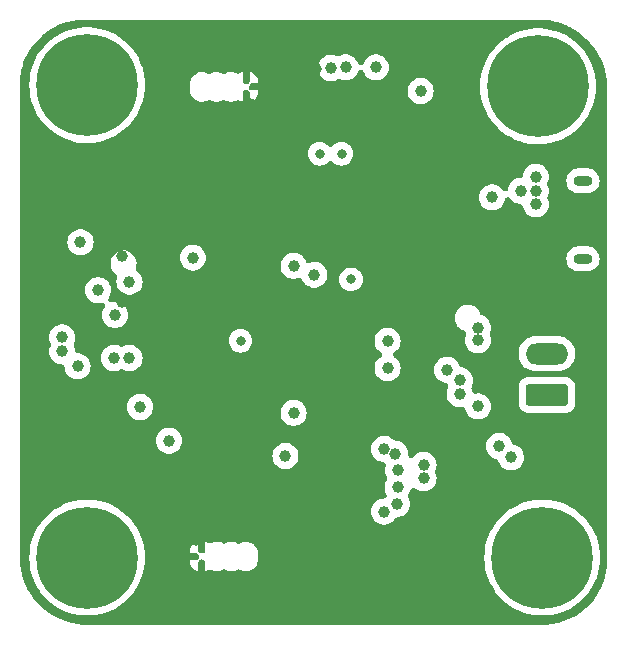
<source format=gbr>
%TF.GenerationSoftware,KiCad,Pcbnew,7.0.7*%
%TF.CreationDate,2023-08-28T01:03:24+03:00*%
%TF.ProjectId,STM32F405_Lesson_1,53544d33-3246-4343-9035-5f4c6573736f,rev?*%
%TF.SameCoordinates,Original*%
%TF.FileFunction,Copper,L3,Inr*%
%TF.FilePolarity,Positive*%
%FSLAX46Y46*%
G04 Gerber Fmt 4.6, Leading zero omitted, Abs format (unit mm)*
G04 Created by KiCad (PCBNEW 7.0.7) date 2023-08-28 01:03:24*
%MOMM*%
%LPD*%
G01*
G04 APERTURE LIST*
G04 Aperture macros list*
%AMRoundRect*
0 Rectangle with rounded corners*
0 $1 Rounding radius*
0 $2 $3 $4 $5 $6 $7 $8 $9 X,Y pos of 4 corners*
0 Add a 4 corners polygon primitive as box body*
4,1,4,$2,$3,$4,$5,$6,$7,$8,$9,$2,$3,0*
0 Add four circle primitives for the rounded corners*
1,1,$1+$1,$2,$3*
1,1,$1+$1,$4,$5*
1,1,$1+$1,$6,$7*
1,1,$1+$1,$8,$9*
0 Add four rect primitives between the rounded corners*
20,1,$1+$1,$2,$3,$4,$5,0*
20,1,$1+$1,$4,$5,$6,$7,0*
20,1,$1+$1,$6,$7,$8,$9,0*
20,1,$1+$1,$8,$9,$2,$3,0*%
G04 Aperture macros list end*
%TA.AperFunction,ComponentPad*%
%ADD10C,0.900000*%
%TD*%
%TA.AperFunction,ComponentPad*%
%ADD11C,8.600000*%
%TD*%
%TA.AperFunction,ComponentPad*%
%ADD12RoundRect,0.250000X1.550000X-0.650000X1.550000X0.650000X-1.550000X0.650000X-1.550000X-0.650000X0*%
%TD*%
%TA.AperFunction,ComponentPad*%
%ADD13O,3.600000X1.800000*%
%TD*%
%TA.AperFunction,ComponentPad*%
%ADD14O,1.600000X0.900000*%
%TD*%
%TA.AperFunction,ViaPad*%
%ADD15C,1.000000*%
%TD*%
%TA.AperFunction,ViaPad*%
%ADD16C,0.800000*%
%TD*%
G04 APERTURE END LIST*
D10*
%TO.N,GND*%
%TO.C,H1*%
X101175000Y-46400000D03*
X102119581Y-44119581D03*
X102119581Y-48680419D03*
X104400000Y-43175000D03*
D11*
X104400000Y-46400000D03*
D10*
X104400000Y-49625000D03*
X106680419Y-44119581D03*
X106680419Y-48680419D03*
X107625000Y-46400000D03*
%TD*%
D12*
%TO.N,+12V*%
%TO.C,J1*%
X105142500Y-72532500D03*
D13*
%TO.N,GND*%
X105142500Y-69032500D03*
%TD*%
D10*
%TO.N,GND*%
%TO.C,H4*%
X62994581Y-86300000D03*
X63939162Y-84019581D03*
X63939162Y-88580419D03*
X66219581Y-83075000D03*
D11*
X66219581Y-86300000D03*
D10*
X66219581Y-89525000D03*
X68500000Y-84019581D03*
X68500000Y-88580419D03*
X69444581Y-86300000D03*
%TD*%
D14*
%TO.N,unconnected-(J5-Shield-Pad6)*%
%TO.C,J5*%
X108195000Y-61000000D03*
X108195000Y-54400000D03*
%TD*%
D10*
%TO.N,GND*%
%TO.C,H3*%
X62994581Y-46300000D03*
X63939162Y-44019581D03*
X63939162Y-48580419D03*
X66219581Y-43075000D03*
D11*
X66219581Y-46300000D03*
D10*
X66219581Y-49525000D03*
X68500000Y-44019581D03*
X68500000Y-48580419D03*
X69444581Y-46300000D03*
%TD*%
%TO.N,GND*%
%TO.C,H2*%
X101525000Y-86300000D03*
X102469581Y-84019581D03*
X102469581Y-88580419D03*
X104750000Y-83075000D03*
D11*
X104750000Y-86300000D03*
D10*
X104750000Y-89525000D03*
X107030419Y-84019581D03*
X107030419Y-88580419D03*
X107975000Y-86300000D03*
%TD*%
D15*
%TO.N,GND*%
X75100000Y-48050000D03*
X80250000Y-84650000D03*
%TO.N,+3.3V*%
X75400000Y-84800000D03*
X80000000Y-47900000D03*
%TO.N,GND*%
X100500000Y-55800000D03*
X64100000Y-67650000D03*
X64100000Y-68850000D03*
X68577216Y-65753623D03*
X67150000Y-63650000D03*
X94700000Y-79600000D03*
X99300000Y-67900000D03*
X99300000Y-66850000D03*
X96700000Y-70400000D03*
X97800000Y-71300000D03*
X97750000Y-72450000D03*
X99300000Y-73500000D03*
X102100000Y-77800000D03*
X101100000Y-76850000D03*
X91375000Y-77100000D03*
X92300000Y-77500000D03*
X92550000Y-78900000D03*
X92500000Y-80300000D03*
X91350000Y-82400000D03*
X92450000Y-81750000D03*
X94700000Y-78450000D03*
X91650000Y-70250000D03*
X104200000Y-54050000D03*
X102950000Y-55250000D03*
X104200000Y-55250000D03*
X104200000Y-56400000D03*
X94450000Y-46800000D03*
X90650000Y-44800000D03*
X88100000Y-44800000D03*
X86850000Y-44850000D03*
X85450000Y-62350000D03*
X83700000Y-61600000D03*
X91650000Y-67950000D03*
X83700000Y-74050000D03*
X83000000Y-77700000D03*
X69800000Y-69400000D03*
X68500000Y-69400000D03*
X65400000Y-70100000D03*
X73150000Y-76400000D03*
X70700000Y-73550000D03*
X69800000Y-62950000D03*
X75150000Y-60900000D03*
X65650000Y-59600000D03*
X69175000Y-60800000D03*
%TO.N,+3.3V*%
X97600000Y-80300000D03*
X87400000Y-80400000D03*
X89500000Y-80450000D03*
X89350000Y-81900000D03*
X89450000Y-78900000D03*
X89350000Y-77600000D03*
X87400000Y-78800000D03*
X89600000Y-75900000D03*
X89550000Y-74650000D03*
X86200000Y-74650000D03*
X86200000Y-75800000D03*
X66550000Y-73200000D03*
X66500000Y-71600000D03*
X84200000Y-63950000D03*
X73400000Y-60100000D03*
X69150000Y-64680000D03*
X74900000Y-77200000D03*
X96650000Y-79450000D03*
X87700000Y-81950000D03*
X82200000Y-75450000D03*
X85550000Y-44900000D03*
X97850000Y-44700000D03*
X65650000Y-55050000D03*
X71675000Y-59850000D03*
X74900000Y-57500000D03*
X79450000Y-57450000D03*
D16*
%TO.N,SWDIO*%
X87750000Y-52100000D03*
X85900000Y-52100000D03*
%TO.N,NRST*%
X79200000Y-67950000D03*
X88550000Y-62750000D03*
%TD*%
%TA.AperFunction,Conductor*%
%TO.N,+3.3V*%
G36*
X104499841Y-40756173D02*
G01*
X104499841Y-40756172D01*
X104507274Y-40756174D01*
X104553065Y-40752593D01*
X104607580Y-40754732D01*
X104741456Y-40759986D01*
X104951745Y-40768675D01*
X104961182Y-40769426D01*
X105184489Y-40795847D01*
X105196064Y-40797217D01*
X105217886Y-40799936D01*
X105411942Y-40824117D01*
X105420804Y-40825548D01*
X105651724Y-40871471D01*
X105866156Y-40916424D01*
X105874369Y-40918441D01*
X106100674Y-40982256D01*
X106311425Y-41044992D01*
X106318976Y-41047506D01*
X106539492Y-41128850D01*
X106744854Y-41208975D01*
X106751714Y-41211892D01*
X106797471Y-41232984D01*
X106965227Y-41310314D01*
X107032830Y-41343361D01*
X107163664Y-41407317D01*
X107169819Y-41410542D01*
X107375022Y-41525453D01*
X107565146Y-41638734D01*
X107570521Y-41642128D01*
X107745910Y-41759312D01*
X107766260Y-41772909D01*
X107946608Y-41901667D01*
X107951342Y-41905220D01*
X108136356Y-42051066D01*
X108307738Y-42196212D01*
X108482886Y-42358109D01*
X108641703Y-42516918D01*
X108685929Y-42564759D01*
X108803621Y-42692072D01*
X108948777Y-42863451D01*
X109094628Y-43048456D01*
X109098181Y-43053190D01*
X109226948Y-43233533D01*
X109273131Y-43302648D01*
X109357710Y-43429227D01*
X109361145Y-43434666D01*
X109474411Y-43624743D01*
X109589340Y-43829958D01*
X109592564Y-43836111D01*
X109689594Y-44034581D01*
X109788005Y-44248043D01*
X109790918Y-44254896D01*
X109796104Y-44268184D01*
X109871067Y-44460293D01*
X109952413Y-44680785D01*
X109954934Y-44688354D01*
X110017674Y-44899089D01*
X110081494Y-45125372D01*
X110083519Y-45133619D01*
X110128484Y-45348061D01*
X110174405Y-45578918D01*
X110175842Y-45587809D01*
X110202748Y-45803653D01*
X110230548Y-46038531D01*
X110231304Y-46048022D01*
X110240005Y-46258355D01*
X110249500Y-46500000D01*
X110249500Y-50003460D01*
X110244341Y-86147027D01*
X110243333Y-86152087D01*
X110243336Y-86152584D01*
X110240101Y-86169268D01*
X110243826Y-86250264D01*
X110245006Y-86485216D01*
X110245612Y-86695325D01*
X110245255Y-86705115D01*
X110227734Y-86935846D01*
X110210088Y-87150118D01*
X110208984Y-87159320D01*
X110172994Y-87387250D01*
X110137014Y-87600385D01*
X110135258Y-87608944D01*
X110081021Y-87833085D01*
X110026902Y-88043012D01*
X110024592Y-88050888D01*
X109952424Y-88269961D01*
X109880515Y-88474961D01*
X109877752Y-88482124D01*
X109788084Y-88694782D01*
X109698858Y-88893283D01*
X109695742Y-88899715D01*
X109589114Y-89104606D01*
X109483199Y-89295075D01*
X109479829Y-89300772D01*
X109356901Y-89496560D01*
X109235001Y-89677616D01*
X109231478Y-89682582D01*
X109093017Y-89867981D01*
X108954243Y-90040427D01*
X108799272Y-90216308D01*
X108646351Y-90376338D01*
X108477665Y-90539158D01*
X108311718Y-90685601D01*
X108132798Y-90832336D01*
X108127998Y-90836081D01*
X107952650Y-90966087D01*
X107762657Y-91097771D01*
X107757118Y-91101396D01*
X107571631Y-91215865D01*
X107371805Y-91331680D01*
X107365520Y-91335086D01*
X107171283Y-91433229D01*
X106962911Y-91532463D01*
X106955881Y-91535549D01*
X106754387Y-91616681D01*
X106538786Y-91698733D01*
X106531023Y-91701397D01*
X106323798Y-91764984D01*
X106102334Y-91829348D01*
X106093864Y-91831490D01*
X105882616Y-91877106D01*
X105656516Y-91923415D01*
X105647375Y-91924935D01*
X105434153Y-91952291D01*
X105204432Y-91980273D01*
X105194668Y-91981074D01*
X104984604Y-91990015D01*
X104750000Y-91999500D01*
X66250000Y-91999500D01*
X66008389Y-91990006D01*
X65798030Y-91981306D01*
X65788538Y-91980549D01*
X65553728Y-91952758D01*
X65337825Y-91925845D01*
X65328934Y-91924408D01*
X65098109Y-91878493D01*
X64883644Y-91833525D01*
X64875397Y-91831500D01*
X64649139Y-91767689D01*
X64438406Y-91704950D01*
X64430838Y-91702430D01*
X64210324Y-91621079D01*
X64004991Y-91540958D01*
X63998123Y-91538038D01*
X63784605Y-91439606D01*
X63586194Y-91342607D01*
X63580040Y-91339384D01*
X63374816Y-91224454D01*
X63268400Y-91161044D01*
X63184747Y-91111197D01*
X63179328Y-91107775D01*
X62983598Y-90976993D01*
X62803264Y-90848237D01*
X62798544Y-90844694D01*
X62613529Y-90698841D01*
X62520101Y-90619711D01*
X62442158Y-90553696D01*
X62267009Y-90391790D01*
X62108209Y-90232990D01*
X61946303Y-90057841D01*
X61883691Y-89983916D01*
X61801155Y-89886466D01*
X61655294Y-89701442D01*
X61651761Y-89696734D01*
X61523006Y-89516401D01*
X61392223Y-89320670D01*
X61388804Y-89315255D01*
X61275540Y-89125174D01*
X61160615Y-88919958D01*
X61157390Y-88913804D01*
X61060401Y-88715411D01*
X60961960Y-88501875D01*
X60959048Y-88495026D01*
X60878917Y-88289666D01*
X60797568Y-88069160D01*
X60795048Y-88061591D01*
X60789517Y-88043012D01*
X60732311Y-87850861D01*
X60668490Y-87624573D01*
X60666473Y-87616354D01*
X60621506Y-87401889D01*
X60598946Y-87288477D01*
X60575583Y-87171026D01*
X60574157Y-87162200D01*
X60547254Y-86946377D01*
X60519446Y-86711432D01*
X60518694Y-86702004D01*
X60509993Y-86491609D01*
X60502465Y-86300007D01*
X61314142Y-86300007D01*
X61333889Y-86739721D01*
X61392973Y-87175899D01*
X61392974Y-87175903D01*
X61490921Y-87605033D01*
X61626938Y-88023648D01*
X61626941Y-88023657D01*
X61799922Y-88428365D01*
X61799939Y-88428402D01*
X62008510Y-88815992D01*
X62008517Y-88816003D01*
X62199022Y-89104606D01*
X62250997Y-89183345D01*
X62525435Y-89527478D01*
X62525442Y-89527485D01*
X62525450Y-89527495D01*
X62829607Y-89845619D01*
X62829614Y-89845625D01*
X62829615Y-89845626D01*
X63161090Y-90135227D01*
X63161100Y-90135234D01*
X63161107Y-90135240D01*
X63517179Y-90393941D01*
X63517189Y-90393948D01*
X63895047Y-90619708D01*
X64291621Y-90810687D01*
X64291624Y-90810688D01*
X64291630Y-90810691D01*
X64291634Y-90810692D01*
X64703717Y-90965350D01*
X65040895Y-91058404D01*
X65128017Y-91082449D01*
X65128031Y-91082452D01*
X65512677Y-91152255D01*
X65561108Y-91161044D01*
X65999499Y-91200500D01*
X65999500Y-91200500D01*
X66439662Y-91200500D01*
X66439663Y-91200500D01*
X66878054Y-91161044D01*
X67002521Y-91138456D01*
X67311130Y-91082452D01*
X67311144Y-91082449D01*
X67735445Y-90965350D01*
X68147529Y-90810691D01*
X68147531Y-90810691D01*
X68147533Y-90810689D01*
X68147541Y-90810687D01*
X68544115Y-90619708D01*
X68921973Y-90393948D01*
X69278072Y-90135227D01*
X69609547Y-89845626D01*
X69913727Y-89527478D01*
X70188165Y-89183345D01*
X70430649Y-88815996D01*
X70639229Y-88428390D01*
X70812224Y-88023648D01*
X70948242Y-87605028D01*
X71046188Y-87175900D01*
X71105272Y-86739720D01*
X71107283Y-86694938D01*
X74925000Y-86694938D01*
X74940122Y-86829142D01*
X74999660Y-86999294D01*
X74999665Y-86999303D01*
X75095574Y-87151944D01*
X75223055Y-87279425D01*
X75375696Y-87375334D01*
X75375705Y-87375339D01*
X75545852Y-87434875D01*
X75545862Y-87434878D01*
X75624999Y-87443794D01*
X75625000Y-87443793D01*
X75625000Y-86697607D01*
X75643954Y-86602319D01*
X75697930Y-86521537D01*
X75778712Y-86467561D01*
X75874000Y-86448607D01*
X75898407Y-86449806D01*
X75900375Y-86449999D01*
X75900376Y-86450000D01*
X75900377Y-86450000D01*
X75945291Y-86450000D01*
X76040579Y-86468954D01*
X76121361Y-86522930D01*
X76175337Y-86603712D01*
X76189194Y-86648875D01*
X76189926Y-86652439D01*
X76213580Y-86727829D01*
X76224999Y-86802370D01*
X76224999Y-87443793D01*
X76225000Y-87443794D01*
X76304137Y-87434878D01*
X76304147Y-87434875D01*
X76474297Y-87375338D01*
X76495000Y-87362329D01*
X76585766Y-87327679D01*
X76682883Y-87330400D01*
X76737135Y-87349603D01*
X76825729Y-87393060D01*
X77022715Y-87444063D01*
X77111624Y-87448571D01*
X77225927Y-87454369D01*
X77225931Y-87454368D01*
X77225936Y-87454369D01*
X77225940Y-87454368D01*
X77225947Y-87454368D01*
X77427065Y-87423557D01*
X77427065Y-87423556D01*
X77427071Y-87423556D01*
X77617887Y-87352886D01*
X77666163Y-87322795D01*
X77757051Y-87288477D01*
X77854157Y-87291553D01*
X77907527Y-87310553D01*
X77993829Y-87352886D01*
X78075728Y-87393060D01*
X78144549Y-87410878D01*
X78272715Y-87444063D01*
X78361624Y-87448571D01*
X78475927Y-87454369D01*
X78475931Y-87454368D01*
X78475936Y-87454369D01*
X78475940Y-87454368D01*
X78475947Y-87454368D01*
X78677065Y-87423557D01*
X78677065Y-87423556D01*
X78677071Y-87423556D01*
X78867887Y-87352886D01*
X78916163Y-87322795D01*
X79007051Y-87288477D01*
X79104157Y-87291553D01*
X79157527Y-87310553D01*
X79243829Y-87352886D01*
X79325728Y-87393060D01*
X79394549Y-87410878D01*
X79522715Y-87444063D01*
X79611624Y-87448571D01*
X79725927Y-87454369D01*
X79725931Y-87454368D01*
X79725936Y-87454369D01*
X79725940Y-87454368D01*
X79725947Y-87454368D01*
X79927065Y-87423557D01*
X79927065Y-87423556D01*
X79927071Y-87423556D01*
X80117887Y-87352886D01*
X80290571Y-87245252D01*
X80438053Y-87105059D01*
X80554295Y-86938049D01*
X80634540Y-86751058D01*
X80675500Y-86551741D01*
X80675500Y-86300007D01*
X99844560Y-86300007D01*
X99864308Y-86739721D01*
X99923392Y-87175899D01*
X99923393Y-87175903D01*
X100021340Y-87605033D01*
X100157357Y-88023648D01*
X100157360Y-88023657D01*
X100330341Y-88428365D01*
X100330358Y-88428402D01*
X100538929Y-88815992D01*
X100538936Y-88816003D01*
X100729441Y-89104606D01*
X100781416Y-89183345D01*
X101055854Y-89527478D01*
X101055861Y-89527485D01*
X101055869Y-89527495D01*
X101360026Y-89845619D01*
X101360033Y-89845625D01*
X101360034Y-89845626D01*
X101691509Y-90135227D01*
X101691519Y-90135234D01*
X101691526Y-90135240D01*
X102047598Y-90393941D01*
X102047608Y-90393948D01*
X102425466Y-90619708D01*
X102822040Y-90810687D01*
X102822043Y-90810688D01*
X102822049Y-90810691D01*
X102822053Y-90810692D01*
X103234136Y-90965350D01*
X103571314Y-91058404D01*
X103658436Y-91082449D01*
X103658450Y-91082452D01*
X104043096Y-91152255D01*
X104091527Y-91161044D01*
X104529918Y-91200500D01*
X104529919Y-91200500D01*
X104970081Y-91200500D01*
X104970082Y-91200500D01*
X105408473Y-91161044D01*
X105532940Y-91138456D01*
X105841549Y-91082452D01*
X105841563Y-91082449D01*
X106265864Y-90965350D01*
X106677948Y-90810691D01*
X106677950Y-90810691D01*
X106677952Y-90810689D01*
X106677960Y-90810687D01*
X107074534Y-90619708D01*
X107452392Y-90393948D01*
X107808491Y-90135227D01*
X108139966Y-89845626D01*
X108444146Y-89527478D01*
X108718584Y-89183345D01*
X108961068Y-88815996D01*
X109169648Y-88428390D01*
X109342643Y-88023648D01*
X109478661Y-87605028D01*
X109576607Y-87175900D01*
X109635691Y-86739720D01*
X109647538Y-86475938D01*
X109655439Y-86300007D01*
X109655439Y-86299992D01*
X109635691Y-85860278D01*
X109576607Y-85424100D01*
X109576606Y-85424096D01*
X109547127Y-85294941D01*
X109478661Y-84994972D01*
X109342643Y-84576352D01*
X109169648Y-84171610D01*
X108961068Y-83784004D01*
X108718584Y-83416655D01*
X108444146Y-83072522D01*
X108444136Y-83072511D01*
X108444130Y-83072504D01*
X108139973Y-82754380D01*
X107966804Y-82603087D01*
X107808491Y-82464773D01*
X107808481Y-82464766D01*
X107808473Y-82464759D01*
X107452401Y-82206058D01*
X107452396Y-82206055D01*
X107452392Y-82206052D01*
X107074534Y-81980292D01*
X107018034Y-81953083D01*
X106677950Y-81789308D01*
X106677946Y-81789307D01*
X106265870Y-81634652D01*
X106265867Y-81634651D01*
X106265864Y-81634650D01*
X106157240Y-81604672D01*
X105841563Y-81517550D01*
X105841549Y-81517547D01*
X105408483Y-81438957D01*
X105408465Y-81438955D01*
X104970084Y-81399500D01*
X104970082Y-81399500D01*
X104529918Y-81399500D01*
X104529915Y-81399500D01*
X104091534Y-81438955D01*
X104091516Y-81438957D01*
X103658450Y-81517547D01*
X103658436Y-81517550D01*
X103234129Y-81634652D01*
X102822053Y-81789307D01*
X102822049Y-81789308D01*
X102425473Y-81980288D01*
X102425467Y-81980291D01*
X102425466Y-81980292D01*
X102142678Y-82149250D01*
X102047598Y-82206058D01*
X101691526Y-82464759D01*
X101691502Y-82464779D01*
X101360026Y-82754380D01*
X101055869Y-83072504D01*
X101055861Y-83072514D01*
X101055857Y-83072518D01*
X101055854Y-83072522D01*
X100803195Y-83389345D01*
X100781416Y-83416655D01*
X100781410Y-83416663D01*
X100538936Y-83783996D01*
X100538929Y-83784007D01*
X100330358Y-84171597D01*
X100330341Y-84171634D01*
X100157360Y-84576342D01*
X100157357Y-84576351D01*
X100021340Y-84994966D01*
X99923393Y-85424096D01*
X99923392Y-85424100D01*
X99864308Y-85860278D01*
X99844560Y-86299992D01*
X99844560Y-86300007D01*
X80675500Y-86300007D01*
X80675500Y-85899258D01*
X80660074Y-85747566D01*
X80660075Y-85747566D01*
X80646739Y-85705061D01*
X80599159Y-85553412D01*
X80599157Y-85553408D01*
X80599156Y-85553405D01*
X80500408Y-85375495D01*
X80367869Y-85221107D01*
X80324392Y-85187454D01*
X80206958Y-85096552D01*
X80206954Y-85096550D01*
X80206953Y-85096549D01*
X80024275Y-85006941D01*
X80024271Y-85006940D01*
X79827286Y-84955937D01*
X79827277Y-84955936D01*
X79624072Y-84945630D01*
X79624052Y-84945631D01*
X79422934Y-84976442D01*
X79422929Y-84976444D01*
X79232112Y-85047114D01*
X79232110Y-85047115D01*
X79183835Y-85077205D01*
X79092943Y-85111523D01*
X78995837Y-85108445D01*
X78942467Y-85089444D01*
X78774271Y-85006939D01*
X78577286Y-84955937D01*
X78577277Y-84955936D01*
X78374072Y-84945630D01*
X78374052Y-84945631D01*
X78172934Y-84976442D01*
X78172929Y-84976444D01*
X77982112Y-85047114D01*
X77982110Y-85047115D01*
X77933835Y-85077205D01*
X77842943Y-85111523D01*
X77745837Y-85108445D01*
X77692467Y-85089444D01*
X77524271Y-85006939D01*
X77327286Y-84955937D01*
X77327277Y-84955936D01*
X77124072Y-84945630D01*
X77124052Y-84945631D01*
X76922934Y-84976442D01*
X76922929Y-84976444D01*
X76732099Y-85047119D01*
X76731990Y-85047173D01*
X76731863Y-85047206D01*
X76720271Y-85051500D01*
X76719861Y-85050394D01*
X76638091Y-85072114D01*
X76541795Y-85059222D01*
X76489877Y-85034449D01*
X76474309Y-85024667D01*
X76474292Y-85024659D01*
X76304145Y-84965123D01*
X76225000Y-84956205D01*
X76225000Y-85580390D01*
X76216443Y-85636251D01*
X76218002Y-85636572D01*
X76215459Y-85648942D01*
X76215460Y-85648942D01*
X76195194Y-85747562D01*
X76194462Y-85751122D01*
X76156715Y-85840644D01*
X76087583Y-85908907D01*
X75997590Y-85945518D01*
X75950559Y-85950000D01*
X75900371Y-85950000D01*
X75898390Y-85950195D01*
X75896412Y-85950000D01*
X75888143Y-85950000D01*
X75888143Y-85949184D01*
X75801703Y-85940665D01*
X75716023Y-85894861D01*
X75654394Y-85819755D01*
X75626197Y-85726782D01*
X75625000Y-85702392D01*
X75625000Y-84956205D01*
X75545855Y-84965123D01*
X75545853Y-84965123D01*
X75375707Y-85024659D01*
X75375696Y-85024665D01*
X75223055Y-85120574D01*
X75095574Y-85248055D01*
X74999665Y-85400696D01*
X74999660Y-85400705D01*
X74940122Y-85570857D01*
X74925000Y-85705061D01*
X74925000Y-85899999D01*
X74925001Y-85900000D01*
X75426368Y-85900000D01*
X75521656Y-85918954D01*
X75602438Y-85972930D01*
X75656414Y-86053712D01*
X75675368Y-86149000D01*
X75670584Y-86197574D01*
X75670102Y-86199997D01*
X75670102Y-86200002D01*
X75670584Y-86202426D01*
X75670583Y-86299581D01*
X75633402Y-86389340D01*
X75564702Y-86458038D01*
X75474942Y-86495216D01*
X75426368Y-86500000D01*
X74925001Y-86500000D01*
X74925000Y-86500001D01*
X74925000Y-86694938D01*
X71107283Y-86694938D01*
X71117119Y-86475938D01*
X71125020Y-86300007D01*
X71125020Y-86299992D01*
X71105272Y-85860278D01*
X71046188Y-85424100D01*
X71046187Y-85424096D01*
X71016708Y-85294941D01*
X70948242Y-84994972D01*
X70812224Y-84576352D01*
X70639229Y-84171610D01*
X70430649Y-83784004D01*
X70188165Y-83416655D01*
X69913727Y-83072522D01*
X69913717Y-83072511D01*
X69913711Y-83072504D01*
X69609554Y-82754380D01*
X69436385Y-82603087D01*
X69278072Y-82464773D01*
X69278062Y-82464766D01*
X69278054Y-82464759D01*
X69188921Y-82400000D01*
X90244785Y-82400000D01*
X90263602Y-82603079D01*
X90263603Y-82603087D01*
X90319417Y-82799247D01*
X90319418Y-82799251D01*
X90410323Y-82981815D01*
X90410325Y-82981818D01*
X90410327Y-82981821D01*
X90478808Y-83072504D01*
X90533239Y-83144583D01*
X90683957Y-83281980D01*
X90683959Y-83281981D01*
X90857363Y-83389348D01*
X91047544Y-83463024D01*
X91181197Y-83488008D01*
X91248022Y-83500500D01*
X91248024Y-83500500D01*
X91451977Y-83500500D01*
X91485389Y-83494254D01*
X91652456Y-83463024D01*
X91842637Y-83389348D01*
X92016041Y-83281981D01*
X92166764Y-83144579D01*
X92289673Y-82981821D01*
X92289678Y-82981810D01*
X92295731Y-82972036D01*
X92297998Y-82973440D01*
X92345780Y-82911663D01*
X92430104Y-82863409D01*
X92509237Y-82850500D01*
X92551977Y-82850500D01*
X92585389Y-82844254D01*
X92752456Y-82813024D01*
X92942637Y-82739348D01*
X93116041Y-82631981D01*
X93266764Y-82494579D01*
X93389673Y-82331821D01*
X93480582Y-82149250D01*
X93536397Y-81953083D01*
X93555215Y-81750000D01*
X93536397Y-81546917D01*
X93528041Y-81517550D01*
X93497626Y-81410652D01*
X93480582Y-81350750D01*
X93448635Y-81286591D01*
X93392333Y-81173520D01*
X93366827Y-81079773D01*
X93379137Y-80983401D01*
X93416521Y-80912478D01*
X93439673Y-80881821D01*
X93530582Y-80699250D01*
X93573291Y-80549144D01*
X93617597Y-80462685D01*
X93691620Y-80399759D01*
X93784089Y-80369950D01*
X93880926Y-80377796D01*
X93967390Y-80422104D01*
X93980535Y-80433279D01*
X94033957Y-80481980D01*
X94068040Y-80503083D01*
X94207363Y-80589348D01*
X94397544Y-80663024D01*
X94531197Y-80688008D01*
X94598022Y-80700500D01*
X94598024Y-80700500D01*
X94801977Y-80700500D01*
X94835389Y-80694254D01*
X95002456Y-80663024D01*
X95192637Y-80589348D01*
X95366041Y-80481981D01*
X95431723Y-80422104D01*
X95516760Y-80344583D01*
X95516760Y-80344581D01*
X95516764Y-80344579D01*
X95639673Y-80181821D01*
X95730582Y-79999250D01*
X95786397Y-79803083D01*
X95805215Y-79600000D01*
X95786397Y-79396917D01*
X95730582Y-79200750D01*
X95698334Y-79135988D01*
X95672828Y-79042243D01*
X95685138Y-78945871D01*
X95698335Y-78914010D01*
X95730582Y-78849250D01*
X95786397Y-78653083D01*
X95805215Y-78450000D01*
X95786397Y-78246917D01*
X95773293Y-78200863D01*
X95744382Y-78099251D01*
X95730582Y-78050750D01*
X95706845Y-78003079D01*
X95639676Y-77868184D01*
X95639674Y-77868182D01*
X95639673Y-77868179D01*
X95516764Y-77705421D01*
X95516763Y-77705420D01*
X95516760Y-77705416D01*
X95366042Y-77568019D01*
X95192640Y-77460654D01*
X95192637Y-77460652D01*
X95002456Y-77386976D01*
X95002451Y-77386975D01*
X94801979Y-77349500D01*
X94801976Y-77349500D01*
X94598024Y-77349500D01*
X94598021Y-77349500D01*
X94397548Y-77386975D01*
X94397546Y-77386975D01*
X94397544Y-77386976D01*
X94207363Y-77460652D01*
X94207361Y-77460653D01*
X94207359Y-77460654D01*
X94033957Y-77568019D01*
X93883237Y-77705418D01*
X93844048Y-77757313D01*
X93771498Y-77821931D01*
X93679742Y-77853867D01*
X93582749Y-77848259D01*
X93495285Y-77805960D01*
X93430667Y-77733410D01*
X93398731Y-77641654D01*
X93397405Y-77584280D01*
X93398912Y-77568019D01*
X93405215Y-77500000D01*
X93386397Y-77296917D01*
X93382147Y-77281981D01*
X93362609Y-77213312D01*
X93330582Y-77100750D01*
X93308011Y-77055421D01*
X93239676Y-76918184D01*
X93239674Y-76918182D01*
X93239673Y-76918179D01*
X93188187Y-76850000D01*
X99994785Y-76850000D01*
X100013602Y-77053079D01*
X100013603Y-77053087D01*
X100069417Y-77249247D01*
X100069418Y-77249251D01*
X100160323Y-77431815D01*
X100160325Y-77431818D01*
X100160327Y-77431821D01*
X100212191Y-77500500D01*
X100283239Y-77594583D01*
X100433957Y-77731980D01*
X100433959Y-77731981D01*
X100607363Y-77839348D01*
X100797544Y-77913024D01*
X100836863Y-77920374D01*
X100847128Y-77922293D01*
X100937311Y-77958433D01*
X101006798Y-78026334D01*
X101040868Y-78098910D01*
X101069417Y-78199247D01*
X101069418Y-78199251D01*
X101160323Y-78381815D01*
X101160325Y-78381818D01*
X101160327Y-78381821D01*
X101250138Y-78500750D01*
X101283239Y-78544583D01*
X101433957Y-78681980D01*
X101458086Y-78696920D01*
X101607363Y-78789348D01*
X101797544Y-78863024D01*
X101931197Y-78888008D01*
X101998022Y-78900500D01*
X101998024Y-78900500D01*
X102201977Y-78900500D01*
X102235389Y-78894254D01*
X102402456Y-78863024D01*
X102592637Y-78789348D01*
X102766041Y-78681981D01*
X102916764Y-78544579D01*
X103039673Y-78381821D01*
X103130582Y-78199250D01*
X103186397Y-78003083D01*
X103205215Y-77800000D01*
X103186397Y-77596917D01*
X103182801Y-77584280D01*
X103157943Y-77496912D01*
X103130582Y-77400750D01*
X103080788Y-77300750D01*
X103039676Y-77218184D01*
X103039674Y-77218182D01*
X103039673Y-77218179D01*
X102916764Y-77055421D01*
X102916763Y-77055420D01*
X102916760Y-77055416D01*
X102766042Y-76918019D01*
X102592640Y-76810654D01*
X102592637Y-76810652D01*
X102402456Y-76736976D01*
X102402455Y-76736975D01*
X102402453Y-76736975D01*
X102352868Y-76727706D01*
X102262686Y-76691564D01*
X102193199Y-76623662D01*
X102159132Y-76551093D01*
X102130582Y-76450750D01*
X102083112Y-76355416D01*
X102039676Y-76268184D01*
X102039674Y-76268182D01*
X102039673Y-76268179D01*
X101916764Y-76105421D01*
X101916763Y-76105420D01*
X101916760Y-76105416D01*
X101766042Y-75968019D01*
X101592640Y-75860654D01*
X101592637Y-75860652D01*
X101402456Y-75786976D01*
X101402451Y-75786975D01*
X101201979Y-75749500D01*
X101201976Y-75749500D01*
X100998024Y-75749500D01*
X100998021Y-75749500D01*
X100797548Y-75786975D01*
X100797546Y-75786975D01*
X100797544Y-75786976D01*
X100607363Y-75860652D01*
X100607361Y-75860653D01*
X100607359Y-75860654D01*
X100433957Y-75968019D01*
X100283239Y-76105416D01*
X100160323Y-76268184D01*
X100069418Y-76450748D01*
X100069417Y-76450752D01*
X100013603Y-76646912D01*
X100013602Y-76646920D01*
X99994785Y-76850000D01*
X93188187Y-76850000D01*
X93116764Y-76755421D01*
X93116763Y-76755420D01*
X93116760Y-76755416D01*
X92966042Y-76618019D01*
X92825078Y-76530738D01*
X92792637Y-76510652D01*
X92602456Y-76436976D01*
X92602451Y-76436975D01*
X92401979Y-76399500D01*
X92401976Y-76399500D01*
X92336580Y-76399500D01*
X92241292Y-76380546D01*
X92168830Y-76334513D01*
X92041042Y-76218019D01*
X91867640Y-76110654D01*
X91867637Y-76110652D01*
X91677456Y-76036976D01*
X91677451Y-76036975D01*
X91476979Y-75999500D01*
X91476976Y-75999500D01*
X91273024Y-75999500D01*
X91273021Y-75999500D01*
X91072548Y-76036975D01*
X91072546Y-76036975D01*
X91072544Y-76036976D01*
X90882363Y-76110652D01*
X90882361Y-76110653D01*
X90882359Y-76110654D01*
X90708957Y-76218019D01*
X90558239Y-76355416D01*
X90435323Y-76518184D01*
X90344418Y-76700748D01*
X90344417Y-76700752D01*
X90288603Y-76896912D01*
X90288602Y-76896920D01*
X90274133Y-77053079D01*
X90269785Y-77100000D01*
X90271470Y-77118184D01*
X90288602Y-77303079D01*
X90288603Y-77303087D01*
X90344417Y-77499247D01*
X90344418Y-77499251D01*
X90435323Y-77681815D01*
X90435325Y-77681818D01*
X90435327Y-77681821D01*
X90492336Y-77757313D01*
X90558239Y-77844583D01*
X90708957Y-77981980D01*
X90743040Y-78003083D01*
X90882363Y-78089348D01*
X91072544Y-78163024D01*
X91206197Y-78188008D01*
X91273022Y-78200500D01*
X91273024Y-78200500D01*
X91275117Y-78200500D01*
X91276944Y-78200863D01*
X91284483Y-78201562D01*
X91284410Y-78202348D01*
X91370405Y-78219454D01*
X91451187Y-78273430D01*
X91505163Y-78354212D01*
X91524117Y-78449500D01*
X91514611Y-78517643D01*
X91463603Y-78696912D01*
X91463602Y-78696920D01*
X91444785Y-78900000D01*
X91463602Y-79103079D01*
X91463603Y-79103087D01*
X91519417Y-79299247D01*
X91519418Y-79299251D01*
X91592663Y-79446347D01*
X91618169Y-79540094D01*
X91605859Y-79636466D01*
X91568479Y-79707384D01*
X91560327Y-79718179D01*
X91560323Y-79718185D01*
X91469418Y-79900748D01*
X91469417Y-79900752D01*
X91413603Y-80096912D01*
X91413602Y-80096920D01*
X91394785Y-80300000D01*
X91413602Y-80503079D01*
X91413603Y-80503087D01*
X91469417Y-80699247D01*
X91469418Y-80699251D01*
X91557666Y-80876479D01*
X91583172Y-80970227D01*
X91570862Y-81066598D01*
X91533479Y-81137520D01*
X91510328Y-81168177D01*
X91504269Y-81177964D01*
X91502001Y-81176559D01*
X91454220Y-81238337D01*
X91369896Y-81286591D01*
X91290763Y-81299500D01*
X91248021Y-81299500D01*
X91047548Y-81336975D01*
X91047546Y-81336975D01*
X91047544Y-81336976D01*
X90857363Y-81410652D01*
X90857361Y-81410653D01*
X90857359Y-81410654D01*
X90683957Y-81518019D01*
X90533239Y-81655416D01*
X90410323Y-81818184D01*
X90319418Y-82000748D01*
X90319417Y-82000752D01*
X90263603Y-82196912D01*
X90263602Y-82196920D01*
X90244785Y-82400000D01*
X69188921Y-82400000D01*
X68921982Y-82206058D01*
X68921977Y-82206055D01*
X68921973Y-82206052D01*
X68544115Y-81980292D01*
X68487615Y-81953083D01*
X68147531Y-81789308D01*
X68147527Y-81789307D01*
X67735451Y-81634652D01*
X67735448Y-81634651D01*
X67735445Y-81634650D01*
X67626821Y-81604672D01*
X67311144Y-81517550D01*
X67311130Y-81517547D01*
X66878064Y-81438957D01*
X66878046Y-81438955D01*
X66439665Y-81399500D01*
X66439663Y-81399500D01*
X65999499Y-81399500D01*
X65999496Y-81399500D01*
X65561115Y-81438955D01*
X65561097Y-81438957D01*
X65128031Y-81517547D01*
X65128017Y-81517550D01*
X64703710Y-81634652D01*
X64291634Y-81789307D01*
X64291630Y-81789308D01*
X63895054Y-81980288D01*
X63895048Y-81980291D01*
X63895047Y-81980292D01*
X63612259Y-82149250D01*
X63517179Y-82206058D01*
X63161107Y-82464759D01*
X63161083Y-82464779D01*
X62829607Y-82754380D01*
X62525450Y-83072504D01*
X62525442Y-83072514D01*
X62525438Y-83072518D01*
X62525435Y-83072522D01*
X62272776Y-83389345D01*
X62250997Y-83416655D01*
X62250991Y-83416663D01*
X62008517Y-83783996D01*
X62008510Y-83784007D01*
X61799939Y-84171597D01*
X61799922Y-84171634D01*
X61626941Y-84576342D01*
X61626938Y-84576351D01*
X61490921Y-84994966D01*
X61392974Y-85424096D01*
X61392973Y-85424100D01*
X61333889Y-85860278D01*
X61314142Y-86299992D01*
X61314142Y-86300007D01*
X60502465Y-86300007D01*
X60500500Y-86250000D01*
X60500500Y-77699999D01*
X81894785Y-77699999D01*
X81913602Y-77903079D01*
X81913603Y-77903087D01*
X81969417Y-78099247D01*
X81969418Y-78099251D01*
X82060323Y-78281815D01*
X82060325Y-78281818D01*
X82060327Y-78281821D01*
X82178636Y-78438488D01*
X82183239Y-78444583D01*
X82333957Y-78581980D01*
X82333959Y-78581981D01*
X82507363Y-78689348D01*
X82697544Y-78763024D01*
X82831197Y-78788008D01*
X82898022Y-78800500D01*
X82898024Y-78800500D01*
X83101977Y-78800500D01*
X83135389Y-78794254D01*
X83302456Y-78763024D01*
X83492637Y-78689348D01*
X83666041Y-78581981D01*
X83755147Y-78500750D01*
X83816760Y-78444583D01*
X83816760Y-78444581D01*
X83816764Y-78444579D01*
X83939673Y-78281821D01*
X84030582Y-78099250D01*
X84086397Y-77903083D01*
X84105215Y-77700000D01*
X84086397Y-77496917D01*
X84076753Y-77463024D01*
X84059034Y-77400748D01*
X84030582Y-77300750D01*
X83952819Y-77144579D01*
X83939676Y-77118184D01*
X83939674Y-77118182D01*
X83939673Y-77118179D01*
X83816764Y-76955421D01*
X83816763Y-76955420D01*
X83816760Y-76955416D01*
X83666042Y-76818019D01*
X83492640Y-76710654D01*
X83492637Y-76710652D01*
X83302456Y-76636976D01*
X83302451Y-76636975D01*
X83101979Y-76599500D01*
X83101976Y-76599500D01*
X82898024Y-76599500D01*
X82898021Y-76599500D01*
X82697548Y-76636975D01*
X82697546Y-76636975D01*
X82697544Y-76636976D01*
X82507363Y-76710652D01*
X82507361Y-76710653D01*
X82507359Y-76710654D01*
X82333957Y-76818019D01*
X82183239Y-76955416D01*
X82060323Y-77118184D01*
X81969418Y-77300748D01*
X81969417Y-77300752D01*
X81913603Y-77496912D01*
X81913602Y-77496920D01*
X81894785Y-77699999D01*
X60500500Y-77699999D01*
X60500500Y-76400000D01*
X72044785Y-76400000D01*
X72063602Y-76603079D01*
X72063603Y-76603087D01*
X72119417Y-76799247D01*
X72119418Y-76799251D01*
X72210323Y-76981815D01*
X72210325Y-76981818D01*
X72210327Y-76981821D01*
X72328636Y-77138488D01*
X72333239Y-77144583D01*
X72483957Y-77281980D01*
X72518040Y-77303083D01*
X72657363Y-77389348D01*
X72847544Y-77463024D01*
X72981197Y-77488008D01*
X73048022Y-77500500D01*
X73048024Y-77500500D01*
X73251977Y-77500500D01*
X73285389Y-77494254D01*
X73452456Y-77463024D01*
X73642637Y-77389348D01*
X73816041Y-77281981D01*
X73966764Y-77144579D01*
X74089673Y-76981821D01*
X74180582Y-76799250D01*
X74236397Y-76603083D01*
X74255215Y-76400000D01*
X74236397Y-76196917D01*
X74180582Y-76000750D01*
X74110822Y-75860652D01*
X74089676Y-75818184D01*
X74089674Y-75818182D01*
X74089673Y-75818179D01*
X73966764Y-75655421D01*
X73966763Y-75655420D01*
X73966760Y-75655416D01*
X73816042Y-75518019D01*
X73642640Y-75410654D01*
X73642637Y-75410652D01*
X73452456Y-75336976D01*
X73452451Y-75336975D01*
X73251979Y-75299500D01*
X73251976Y-75299500D01*
X73048024Y-75299500D01*
X73048021Y-75299500D01*
X72847548Y-75336975D01*
X72847546Y-75336975D01*
X72847544Y-75336976D01*
X72657363Y-75410652D01*
X72657361Y-75410653D01*
X72657359Y-75410654D01*
X72483957Y-75518019D01*
X72333239Y-75655416D01*
X72210323Y-75818184D01*
X72119418Y-76000748D01*
X72119417Y-76000752D01*
X72063603Y-76196912D01*
X72063602Y-76196920D01*
X72044785Y-76400000D01*
X60500500Y-76400000D01*
X60500500Y-73550000D01*
X69594785Y-73550000D01*
X69613602Y-73753079D01*
X69613603Y-73753087D01*
X69669417Y-73949247D01*
X69669418Y-73949251D01*
X69760323Y-74131815D01*
X69760325Y-74131818D01*
X69760327Y-74131821D01*
X69845478Y-74244579D01*
X69883239Y-74294583D01*
X70033957Y-74431980D01*
X70061849Y-74449250D01*
X70207363Y-74539348D01*
X70397544Y-74613024D01*
X70531197Y-74638008D01*
X70598022Y-74650500D01*
X70598024Y-74650500D01*
X70801977Y-74650500D01*
X70835389Y-74644254D01*
X71002456Y-74613024D01*
X71192637Y-74539348D01*
X71366041Y-74431981D01*
X71396185Y-74404500D01*
X71516760Y-74294583D01*
X71516760Y-74294581D01*
X71516764Y-74294579D01*
X71639673Y-74131821D01*
X71680415Y-74049999D01*
X82594785Y-74049999D01*
X82613602Y-74253079D01*
X82613603Y-74253087D01*
X82669417Y-74449247D01*
X82669418Y-74449251D01*
X82760323Y-74631815D01*
X82760325Y-74631818D01*
X82760327Y-74631821D01*
X82774433Y-74650500D01*
X82883239Y-74794583D01*
X83033957Y-74931980D01*
X83033959Y-74931981D01*
X83207363Y-75039348D01*
X83397544Y-75113024D01*
X83531197Y-75138008D01*
X83598022Y-75150500D01*
X83598024Y-75150500D01*
X83801977Y-75150500D01*
X83835389Y-75144254D01*
X84002456Y-75113024D01*
X84192637Y-75039348D01*
X84366041Y-74931981D01*
X84516764Y-74794579D01*
X84639673Y-74631821D01*
X84730582Y-74449250D01*
X84786397Y-74253083D01*
X84805215Y-74050000D01*
X84786397Y-73846917D01*
X84730582Y-73650750D01*
X84673868Y-73536852D01*
X84639676Y-73468184D01*
X84639674Y-73468182D01*
X84639673Y-73468179D01*
X84516764Y-73305421D01*
X84516763Y-73305420D01*
X84516760Y-73305416D01*
X84366042Y-73168019D01*
X84192640Y-73060654D01*
X84192637Y-73060652D01*
X84002456Y-72986976D01*
X84002451Y-72986975D01*
X83801979Y-72949500D01*
X83801976Y-72949500D01*
X83598024Y-72949500D01*
X83598021Y-72949500D01*
X83397548Y-72986975D01*
X83397546Y-72986975D01*
X83397544Y-72986976D01*
X83207363Y-73060652D01*
X83207361Y-73060653D01*
X83207359Y-73060654D01*
X83033957Y-73168019D01*
X82883239Y-73305416D01*
X82760323Y-73468184D01*
X82669418Y-73650748D01*
X82669417Y-73650752D01*
X82613603Y-73846912D01*
X82613602Y-73846920D01*
X82594785Y-74049999D01*
X71680415Y-74049999D01*
X71730582Y-73949250D01*
X71786397Y-73753083D01*
X71805215Y-73550000D01*
X71786397Y-73346917D01*
X71782147Y-73331981D01*
X71760658Y-73256454D01*
X71730582Y-73150750D01*
X71649033Y-72986976D01*
X71639676Y-72968184D01*
X71639674Y-72968182D01*
X71639673Y-72968179D01*
X71516764Y-72805421D01*
X71516763Y-72805420D01*
X71516760Y-72805416D01*
X71366042Y-72668019D01*
X71192640Y-72560654D01*
X71192637Y-72560652D01*
X71002456Y-72486976D01*
X71002451Y-72486975D01*
X70801979Y-72449500D01*
X70801976Y-72449500D01*
X70598024Y-72449500D01*
X70598021Y-72449500D01*
X70397548Y-72486975D01*
X70397546Y-72486975D01*
X70397544Y-72486976D01*
X70207363Y-72560652D01*
X70207361Y-72560653D01*
X70207359Y-72560654D01*
X70033957Y-72668019D01*
X69883239Y-72805416D01*
X69760323Y-72968184D01*
X69669418Y-73150748D01*
X69669417Y-73150752D01*
X69613603Y-73346912D01*
X69613602Y-73346920D01*
X69594785Y-73550000D01*
X60500500Y-73550000D01*
X60500500Y-68850000D01*
X62994785Y-68850000D01*
X63013602Y-69053079D01*
X63013603Y-69053087D01*
X63069417Y-69249247D01*
X63069418Y-69249251D01*
X63160323Y-69431815D01*
X63160325Y-69431818D01*
X63160327Y-69431821D01*
X63225545Y-69518184D01*
X63283239Y-69594583D01*
X63433957Y-69731980D01*
X63433959Y-69731981D01*
X63607363Y-69839348D01*
X63797544Y-69913024D01*
X63931197Y-69938008D01*
X63998022Y-69950500D01*
X64053938Y-69950500D01*
X64149226Y-69969454D01*
X64230008Y-70023430D01*
X64283984Y-70104212D01*
X64301876Y-70176526D01*
X64313602Y-70303079D01*
X64313603Y-70303087D01*
X64369417Y-70499247D01*
X64369418Y-70499251D01*
X64460323Y-70681815D01*
X64460325Y-70681818D01*
X64460327Y-70681821D01*
X64487787Y-70718184D01*
X64583239Y-70844583D01*
X64733957Y-70981980D01*
X64754312Y-70994583D01*
X64907363Y-71089348D01*
X65097544Y-71163024D01*
X65231197Y-71188008D01*
X65298022Y-71200500D01*
X65298024Y-71200500D01*
X65501977Y-71200500D01*
X65535389Y-71194254D01*
X65702456Y-71163024D01*
X65892637Y-71089348D01*
X66066041Y-70981981D01*
X66155147Y-70900750D01*
X66216760Y-70844583D01*
X66216760Y-70844581D01*
X66216764Y-70844579D01*
X66339673Y-70681821D01*
X66430582Y-70499250D01*
X66484243Y-70310654D01*
X66486396Y-70303087D01*
X66486396Y-70303086D01*
X66486397Y-70303083D01*
X66505215Y-70100000D01*
X66486397Y-69896917D01*
X66430582Y-69700750D01*
X66408011Y-69655421D01*
X66339676Y-69518184D01*
X66339674Y-69518182D01*
X66339673Y-69518179D01*
X66250428Y-69400000D01*
X67394785Y-69400000D01*
X67413602Y-69603079D01*
X67413603Y-69603087D01*
X67469417Y-69799247D01*
X67469418Y-69799251D01*
X67560323Y-69981815D01*
X67560325Y-69981818D01*
X67560327Y-69981821D01*
X67649572Y-70100000D01*
X67683239Y-70144583D01*
X67833957Y-70281980D01*
X67868040Y-70303083D01*
X68007363Y-70389348D01*
X68197544Y-70463024D01*
X68331197Y-70488008D01*
X68398022Y-70500500D01*
X68398024Y-70500500D01*
X68601977Y-70500500D01*
X68635389Y-70494254D01*
X68802456Y-70463024D01*
X68992637Y-70389348D01*
X69018920Y-70373074D01*
X69109912Y-70339027D01*
X69207009Y-70342393D01*
X69281079Y-70373073D01*
X69307363Y-70389348D01*
X69497544Y-70463024D01*
X69631197Y-70488008D01*
X69698022Y-70500500D01*
X69698024Y-70500500D01*
X69901977Y-70500500D01*
X69935389Y-70494254D01*
X70102456Y-70463024D01*
X70292637Y-70389348D01*
X70466041Y-70281981D01*
X70501123Y-70249999D01*
X90544785Y-70249999D01*
X90563602Y-70453079D01*
X90563603Y-70453087D01*
X90619417Y-70649247D01*
X90619418Y-70649251D01*
X90710323Y-70831815D01*
X90710325Y-70831818D01*
X90710327Y-70831821D01*
X90823597Y-70981815D01*
X90833239Y-70994583D01*
X90983957Y-71131980D01*
X91004312Y-71144583D01*
X91157363Y-71239348D01*
X91347544Y-71313024D01*
X91481197Y-71338008D01*
X91548022Y-71350500D01*
X91548024Y-71350500D01*
X91751977Y-71350500D01*
X91785389Y-71344254D01*
X91952456Y-71313024D01*
X92142637Y-71239348D01*
X92316041Y-71131981D01*
X92362811Y-71089345D01*
X92466760Y-70994583D01*
X92466760Y-70994581D01*
X92466764Y-70994579D01*
X92589673Y-70831821D01*
X92680582Y-70649250D01*
X92736397Y-70453083D01*
X92741316Y-70399999D01*
X95594785Y-70399999D01*
X95613602Y-70603079D01*
X95613603Y-70603087D01*
X95669417Y-70799247D01*
X95669418Y-70799251D01*
X95760323Y-70981815D01*
X95760325Y-70981818D01*
X95760327Y-70981821D01*
X95847246Y-71096920D01*
X95883239Y-71144583D01*
X96033957Y-71281980D01*
X96033959Y-71281981D01*
X96207363Y-71389348D01*
X96397544Y-71463024D01*
X96527121Y-71487246D01*
X96567771Y-71494845D01*
X96657953Y-71530985D01*
X96727441Y-71598886D01*
X96761511Y-71671461D01*
X96769418Y-71699250D01*
X96776664Y-71713802D01*
X96802171Y-71807549D01*
X96789861Y-71903921D01*
X96776665Y-71935779D01*
X96719420Y-72050743D01*
X96719417Y-72050752D01*
X96663603Y-72246912D01*
X96663602Y-72246920D01*
X96644785Y-72449999D01*
X96663602Y-72653079D01*
X96663603Y-72653087D01*
X96719417Y-72849247D01*
X96719418Y-72849251D01*
X96810323Y-73031815D01*
X96810325Y-73031818D01*
X96810327Y-73031821D01*
X96913179Y-73168019D01*
X96933239Y-73194583D01*
X97083957Y-73331980D01*
X97108086Y-73346920D01*
X97257363Y-73439348D01*
X97447544Y-73513024D01*
X97569011Y-73535730D01*
X97648022Y-73550500D01*
X97648024Y-73550500D01*
X97851978Y-73550500D01*
X97930990Y-73535730D01*
X98028138Y-73536852D01*
X98117463Y-73575065D01*
X98185364Y-73644553D01*
X98216238Y-73712347D01*
X98269416Y-73899247D01*
X98269418Y-73899251D01*
X98360323Y-74081815D01*
X98360325Y-74081818D01*
X98360327Y-74081821D01*
X98478636Y-74238488D01*
X98483239Y-74244583D01*
X98633957Y-74381980D01*
X98633959Y-74381981D01*
X98807363Y-74489348D01*
X98997544Y-74563024D01*
X99131197Y-74588008D01*
X99198022Y-74600500D01*
X99198024Y-74600500D01*
X99401977Y-74600500D01*
X99435389Y-74594254D01*
X99602456Y-74563024D01*
X99792637Y-74489348D01*
X99966041Y-74381981D01*
X100061917Y-74294579D01*
X100116760Y-74244583D01*
X100116760Y-74244581D01*
X100116764Y-74244579D01*
X100239673Y-74081821D01*
X100330582Y-73899250D01*
X100386397Y-73703083D01*
X100405215Y-73500000D01*
X100386397Y-73296917D01*
X100374886Y-73256460D01*
X102742000Y-73256460D01*
X102744815Y-73297983D01*
X102744817Y-73297993D01*
X102789463Y-73477524D01*
X102789464Y-73477525D01*
X102871655Y-73643248D01*
X102871657Y-73643251D01*
X102871658Y-73643253D01*
X102987560Y-73787440D01*
X103131747Y-73903342D01*
X103131750Y-73903343D01*
X103131751Y-73903344D01*
X103297474Y-73985535D01*
X103297475Y-73985536D01*
X103297478Y-73985536D01*
X103297479Y-73985537D01*
X103477005Y-74030183D01*
X103477014Y-74030183D01*
X103477016Y-74030184D01*
X103518540Y-74033000D01*
X103518546Y-74033000D01*
X106766460Y-74033000D01*
X106807983Y-74030184D01*
X106807984Y-74030183D01*
X106807995Y-74030183D01*
X106987521Y-73985537D01*
X106987522Y-73985536D01*
X106987524Y-73985536D01*
X106987525Y-73985535D01*
X107060687Y-73949250D01*
X107153253Y-73903342D01*
X107297440Y-73787440D01*
X107413342Y-73643253D01*
X107495537Y-73477521D01*
X107540183Y-73297995D01*
X107540256Y-73296917D01*
X107543000Y-73256460D01*
X107543000Y-71808540D01*
X107540184Y-71767016D01*
X107540183Y-71767014D01*
X107540183Y-71767005D01*
X107495537Y-71587479D01*
X107495536Y-71587478D01*
X107495536Y-71587475D01*
X107495535Y-71587474D01*
X107413344Y-71421751D01*
X107413343Y-71421750D01*
X107413342Y-71421747D01*
X107297440Y-71277560D01*
X107153253Y-71161658D01*
X107153251Y-71161657D01*
X107153248Y-71161655D01*
X106987525Y-71079464D01*
X106987524Y-71079463D01*
X106879805Y-71052675D01*
X106807995Y-71034817D01*
X106807991Y-71034816D01*
X106807983Y-71034815D01*
X106766460Y-71032000D01*
X106766454Y-71032000D01*
X103518546Y-71032000D01*
X103518540Y-71032000D01*
X103477016Y-71034815D01*
X103477006Y-71034816D01*
X103477005Y-71034817D01*
X103441099Y-71043746D01*
X103297475Y-71079463D01*
X103297474Y-71079464D01*
X103131751Y-71161655D01*
X103131745Y-71161659D01*
X102987564Y-71277556D01*
X102987556Y-71277564D01*
X102871659Y-71421745D01*
X102871655Y-71421751D01*
X102789464Y-71587474D01*
X102789463Y-71587475D01*
X102744817Y-71767006D01*
X102744815Y-71767016D01*
X102742000Y-71808540D01*
X102742000Y-73256460D01*
X100374886Y-73256460D01*
X100330582Y-73100750D01*
X100273929Y-72986975D01*
X100239676Y-72918184D01*
X100239674Y-72918182D01*
X100239673Y-72918179D01*
X100116764Y-72755421D01*
X100116763Y-72755420D01*
X100116760Y-72755416D01*
X99966042Y-72618019D01*
X99792640Y-72510654D01*
X99792637Y-72510652D01*
X99602456Y-72436976D01*
X99602451Y-72436975D01*
X99401979Y-72399500D01*
X99401976Y-72399500D01*
X99198024Y-72399500D01*
X99198023Y-72399500D01*
X99119006Y-72414270D01*
X99021858Y-72413147D01*
X98932534Y-72374932D01*
X98864634Y-72305443D01*
X98833761Y-72237652D01*
X98815265Y-72172650D01*
X98780582Y-72050750D01*
X98773336Y-72036199D01*
X98747828Y-71942454D01*
X98760136Y-71846082D01*
X98773332Y-71814224D01*
X98830582Y-71699250D01*
X98886397Y-71503083D01*
X98905215Y-71300000D01*
X98886397Y-71096917D01*
X98884243Y-71089348D01*
X98853647Y-70981815D01*
X98830582Y-70900750D01*
X98780042Y-70799251D01*
X98739676Y-70718184D01*
X98739674Y-70718182D01*
X98739673Y-70718179D01*
X98616764Y-70555421D01*
X98616763Y-70555420D01*
X98616760Y-70555416D01*
X98466042Y-70418019D01*
X98292640Y-70310654D01*
X98292637Y-70310652D01*
X98102456Y-70236976D01*
X98102453Y-70236975D01*
X98102452Y-70236975D01*
X97932227Y-70205154D01*
X97842045Y-70169013D01*
X97772557Y-70101112D01*
X97738487Y-70028534D01*
X97737035Y-70023430D01*
X97730582Y-70000750D01*
X97705561Y-69950500D01*
X97639676Y-69818184D01*
X97639674Y-69818182D01*
X97639673Y-69818179D01*
X97516764Y-69655421D01*
X97516763Y-69655420D01*
X97516760Y-69655416D01*
X97366042Y-69518019D01*
X97192640Y-69410654D01*
X97192637Y-69410652D01*
X97002456Y-69336976D01*
X97002451Y-69336975D01*
X96801979Y-69299500D01*
X96801976Y-69299500D01*
X96598024Y-69299500D01*
X96598021Y-69299500D01*
X96397548Y-69336975D01*
X96397546Y-69336975D01*
X96397544Y-69336976D01*
X96207363Y-69410652D01*
X96207361Y-69410653D01*
X96207359Y-69410654D01*
X96033957Y-69518019D01*
X95883239Y-69655416D01*
X95760323Y-69818184D01*
X95669418Y-70000748D01*
X95669417Y-70000752D01*
X95613603Y-70196912D01*
X95613602Y-70196920D01*
X95594785Y-70399999D01*
X92741316Y-70399999D01*
X92755215Y-70250000D01*
X92736397Y-70046917D01*
X92729714Y-70023430D01*
X92708964Y-69950500D01*
X92680582Y-69850750D01*
X92654937Y-69799247D01*
X92589676Y-69668184D01*
X92589674Y-69668182D01*
X92589673Y-69668179D01*
X92466764Y-69505421D01*
X92466763Y-69505420D01*
X92466760Y-69505416D01*
X92316045Y-69368022D01*
X92316042Y-69368020D01*
X92316041Y-69368019D01*
X92225085Y-69311702D01*
X92154051Y-69245427D01*
X92113784Y-69157010D01*
X92113778Y-69156834D01*
X102742000Y-69156834D01*
X102782928Y-69402110D01*
X102782930Y-69402121D01*
X102863672Y-69637311D01*
X102873470Y-69655416D01*
X102961553Y-69818179D01*
X102982029Y-69856014D01*
X103130618Y-70046920D01*
X103134762Y-70052244D01*
X103134765Y-70052247D01*
X103134769Y-70052251D01*
X103317714Y-70220663D01*
X103317721Y-70220669D01*
X103411566Y-70281980D01*
X103525893Y-70356673D01*
X103753619Y-70456563D01*
X103994679Y-70517608D01*
X103994682Y-70517608D01*
X103994686Y-70517609D01*
X104180428Y-70533000D01*
X104180433Y-70533000D01*
X106104572Y-70533000D01*
X106290313Y-70517609D01*
X106290315Y-70517608D01*
X106290321Y-70517608D01*
X106531381Y-70456563D01*
X106759107Y-70356673D01*
X106942319Y-70236975D01*
X106967278Y-70220669D01*
X106967280Y-70220667D01*
X106967285Y-70220664D01*
X107150238Y-70052244D01*
X107302974Y-69856009D01*
X107421328Y-69637310D01*
X107491875Y-69431815D01*
X107502069Y-69402121D01*
X107502069Y-69402118D01*
X107502071Y-69402114D01*
X107543000Y-69156835D01*
X107543000Y-68908165D01*
X107502071Y-68662886D01*
X107502069Y-68662882D01*
X107502069Y-68662878D01*
X107429245Y-68450752D01*
X107421328Y-68427690D01*
X107412107Y-68410652D01*
X107351820Y-68299251D01*
X107302974Y-68208991D01*
X107302971Y-68208987D01*
X107302970Y-68208985D01*
X107150242Y-68012761D01*
X107150241Y-68012760D01*
X107150238Y-68012756D01*
X107150233Y-68012752D01*
X107150230Y-68012748D01*
X106967285Y-67844336D01*
X106967278Y-67844330D01*
X106799802Y-67734914D01*
X106759107Y-67708327D01*
X106759104Y-67708325D01*
X106759103Y-67708325D01*
X106626133Y-67649999D01*
X106531381Y-67608437D01*
X106531379Y-67608436D01*
X106531378Y-67608436D01*
X106531374Y-67608435D01*
X106290331Y-67547394D01*
X106290313Y-67547390D01*
X106104572Y-67532000D01*
X106104567Y-67532000D01*
X104180433Y-67532000D01*
X104180428Y-67532000D01*
X103994686Y-67547390D01*
X103994668Y-67547394D01*
X103753625Y-67608435D01*
X103753621Y-67608436D01*
X103525896Y-67708325D01*
X103525891Y-67708328D01*
X103317721Y-67844330D01*
X103317714Y-67844336D01*
X103134769Y-68012748D01*
X103134757Y-68012761D01*
X102982029Y-68208985D01*
X102863672Y-68427688D01*
X102782930Y-68662878D01*
X102782928Y-68662889D01*
X102742000Y-68908165D01*
X102742000Y-69156834D01*
X92113778Y-69156834D01*
X92110418Y-69059913D01*
X92144465Y-68968919D01*
X92210743Y-68897881D01*
X92225068Y-68888308D01*
X92316041Y-68831981D01*
X92466764Y-68694579D01*
X92589673Y-68531821D01*
X92680582Y-68349250D01*
X92736397Y-68153083D01*
X92755215Y-67950000D01*
X92736397Y-67746917D01*
X92725417Y-67708328D01*
X92708821Y-67649999D01*
X92680582Y-67550750D01*
X92628877Y-67446912D01*
X92589676Y-67368184D01*
X92589674Y-67368182D01*
X92589673Y-67368179D01*
X92466764Y-67205421D01*
X92466763Y-67205420D01*
X92466760Y-67205416D01*
X92316042Y-67068019D01*
X92142640Y-66960654D01*
X92142637Y-66960652D01*
X91952456Y-66886976D01*
X91952451Y-66886975D01*
X91751979Y-66849500D01*
X91751976Y-66849500D01*
X91548024Y-66849500D01*
X91548021Y-66849500D01*
X91347548Y-66886975D01*
X91347546Y-66886975D01*
X91347544Y-66886976D01*
X91157363Y-66960652D01*
X91157361Y-66960653D01*
X91157359Y-66960654D01*
X90983957Y-67068019D01*
X90833239Y-67205416D01*
X90710323Y-67368184D01*
X90619418Y-67550748D01*
X90619417Y-67550752D01*
X90563603Y-67746912D01*
X90563602Y-67746920D01*
X90544785Y-67950000D01*
X90563602Y-68153079D01*
X90563603Y-68153087D01*
X90619417Y-68349247D01*
X90619418Y-68349251D01*
X90710323Y-68531815D01*
X90710325Y-68531818D01*
X90710327Y-68531821D01*
X90797246Y-68646920D01*
X90833239Y-68694583D01*
X90983955Y-68831978D01*
X90983957Y-68831979D01*
X90983959Y-68831981D01*
X91013061Y-68850000D01*
X91074911Y-68888296D01*
X91145948Y-68954574D01*
X91186215Y-69042991D01*
X91189581Y-69140088D01*
X91155533Y-69231082D01*
X91089255Y-69302119D01*
X91074911Y-69311704D01*
X90983955Y-69368021D01*
X90833239Y-69505416D01*
X90710323Y-69668184D01*
X90619418Y-69850748D01*
X90619417Y-69850752D01*
X90563603Y-70046912D01*
X90563602Y-70046920D01*
X90544785Y-70249999D01*
X70501123Y-70249999D01*
X70550316Y-70205154D01*
X70616760Y-70144583D01*
X70616760Y-70144581D01*
X70616764Y-70144579D01*
X70739673Y-69981821D01*
X70830582Y-69799250D01*
X70886397Y-69603083D01*
X70905215Y-69400000D01*
X70886397Y-69196917D01*
X70875042Y-69157010D01*
X70861852Y-69110652D01*
X70830582Y-69000750D01*
X70800008Y-68939348D01*
X70739676Y-68818184D01*
X70739674Y-68818182D01*
X70739673Y-68818179D01*
X70616764Y-68655421D01*
X70616763Y-68655420D01*
X70616760Y-68655416D01*
X70466042Y-68518019D01*
X70292640Y-68410654D01*
X70292637Y-68410652D01*
X70102456Y-68336976D01*
X70090425Y-68334727D01*
X69901979Y-68299500D01*
X69901976Y-68299500D01*
X69698024Y-68299500D01*
X69698021Y-68299500D01*
X69497548Y-68336975D01*
X69497546Y-68336975D01*
X69497544Y-68336976D01*
X69350698Y-68393863D01*
X69307360Y-68410653D01*
X69281079Y-68426926D01*
X69190085Y-68460972D01*
X69092988Y-68457605D01*
X69018921Y-68426926D01*
X68992639Y-68410653D01*
X68992637Y-68410652D01*
X68802456Y-68336976D01*
X68790425Y-68334727D01*
X68601979Y-68299500D01*
X68601976Y-68299500D01*
X68398024Y-68299500D01*
X68398021Y-68299500D01*
X68197548Y-68336975D01*
X68197546Y-68336975D01*
X68197544Y-68336976D01*
X68007363Y-68410652D01*
X68007361Y-68410653D01*
X68007359Y-68410654D01*
X67833957Y-68518019D01*
X67683239Y-68655416D01*
X67560323Y-68818184D01*
X67469418Y-69000748D01*
X67469417Y-69000752D01*
X67413603Y-69196912D01*
X67413602Y-69196920D01*
X67394785Y-69400000D01*
X66250428Y-69400000D01*
X66216764Y-69355421D01*
X66216763Y-69355420D01*
X66216760Y-69355416D01*
X66066042Y-69218019D01*
X65892640Y-69110654D01*
X65892637Y-69110652D01*
X65702456Y-69036976D01*
X65702451Y-69036975D01*
X65501979Y-68999500D01*
X65501976Y-68999500D01*
X65446062Y-68999500D01*
X65350774Y-68980546D01*
X65269992Y-68926570D01*
X65216016Y-68845788D01*
X65198124Y-68773474D01*
X65187877Y-68662889D01*
X65186397Y-68646917D01*
X65153649Y-68531821D01*
X65130583Y-68450752D01*
X65130280Y-68450145D01*
X65085885Y-68360986D01*
X65060380Y-68267242D01*
X65072690Y-68170870D01*
X65085883Y-68139018D01*
X65130582Y-68049250D01*
X65158822Y-67950000D01*
X78194659Y-67950000D01*
X78213975Y-68146131D01*
X78271185Y-68334725D01*
X78271188Y-68334733D01*
X78364088Y-68508536D01*
X78364090Y-68508538D01*
X78489117Y-68660883D01*
X78598870Y-68750955D01*
X78641463Y-68785911D01*
X78815266Y-68878811D01*
X78815270Y-68878812D01*
X78815273Y-68878814D01*
X79003868Y-68936024D01*
X79200000Y-68955341D01*
X79396132Y-68936024D01*
X79584727Y-68878814D01*
X79758538Y-68785910D01*
X79910883Y-68660883D01*
X80035910Y-68508538D01*
X80127612Y-68336976D01*
X80128811Y-68334733D01*
X80128811Y-68334731D01*
X80128814Y-68334727D01*
X80186024Y-68146132D01*
X80205341Y-67950000D01*
X80186024Y-67753868D01*
X80128814Y-67565273D01*
X80128812Y-67565270D01*
X80128811Y-67565266D01*
X80035911Y-67391463D01*
X79931318Y-67264017D01*
X79910883Y-67239117D01*
X79758538Y-67114090D01*
X79758539Y-67114090D01*
X79758536Y-67114088D01*
X79584733Y-67021188D01*
X79584725Y-67021185D01*
X79396131Y-66963975D01*
X79200000Y-66944659D01*
X79003868Y-66963975D01*
X78815274Y-67021185D01*
X78815266Y-67021188D01*
X78641463Y-67114088D01*
X78489120Y-67239114D01*
X78489114Y-67239120D01*
X78364088Y-67391463D01*
X78271188Y-67565266D01*
X78271185Y-67565274D01*
X78213975Y-67753868D01*
X78194659Y-67950000D01*
X65158822Y-67950000D01*
X65186396Y-67853087D01*
X65186396Y-67853086D01*
X65186397Y-67853083D01*
X65205215Y-67650000D01*
X65186397Y-67446917D01*
X65130582Y-67250750D01*
X65124791Y-67239120D01*
X65039676Y-67068184D01*
X65039674Y-67068182D01*
X65039673Y-67068179D01*
X64916764Y-66905421D01*
X64916763Y-66905420D01*
X64916760Y-66905416D01*
X64766042Y-66768019D01*
X64592640Y-66660654D01*
X64592637Y-66660652D01*
X64402456Y-66586976D01*
X64402451Y-66586975D01*
X64201979Y-66549500D01*
X64201976Y-66549500D01*
X63998024Y-66549500D01*
X63998021Y-66549500D01*
X63797548Y-66586975D01*
X63797546Y-66586975D01*
X63797544Y-66586976D01*
X63607363Y-66660652D01*
X63607361Y-66660653D01*
X63607359Y-66660654D01*
X63433957Y-66768019D01*
X63283239Y-66905416D01*
X63160323Y-67068184D01*
X63069418Y-67250748D01*
X63069417Y-67250752D01*
X63013603Y-67446912D01*
X63013602Y-67446920D01*
X62994785Y-67649999D01*
X63013602Y-67853079D01*
X63013603Y-67853087D01*
X63069417Y-68049247D01*
X63069416Y-68049247D01*
X63114114Y-68139013D01*
X63139619Y-68232760D01*
X63127308Y-68329132D01*
X63114114Y-68360987D01*
X63069417Y-68450752D01*
X63013603Y-68646912D01*
X63013602Y-68646920D01*
X62994785Y-68850000D01*
X60500500Y-68850000D01*
X60500500Y-63650000D01*
X66044785Y-63650000D01*
X66063602Y-63853079D01*
X66063603Y-63853087D01*
X66119417Y-64049247D01*
X66119418Y-64049251D01*
X66210323Y-64231815D01*
X66210325Y-64231817D01*
X66210327Y-64231821D01*
X66328636Y-64388488D01*
X66333239Y-64394583D01*
X66483957Y-64531980D01*
X66483959Y-64531981D01*
X66657363Y-64639348D01*
X66847544Y-64713024D01*
X66981197Y-64738008D01*
X67048022Y-64750500D01*
X67048024Y-64750500D01*
X67251977Y-64750500D01*
X67439564Y-64715434D01*
X67536713Y-64716556D01*
X67626037Y-64754769D01*
X67693938Y-64824257D01*
X67730078Y-64914440D01*
X67728956Y-65011589D01*
X67690743Y-65100913D01*
X67684025Y-65110249D01*
X67637543Y-65171801D01*
X67637539Y-65171807D01*
X67546634Y-65354371D01*
X67546633Y-65354375D01*
X67490819Y-65550535D01*
X67490818Y-65550543D01*
X67472001Y-65753622D01*
X67490818Y-65956702D01*
X67490819Y-65956710D01*
X67546633Y-66152870D01*
X67546634Y-66152874D01*
X67637539Y-66335438D01*
X67637541Y-66335441D01*
X67637543Y-66335444D01*
X67755852Y-66492111D01*
X67760455Y-66498206D01*
X67911173Y-66635603D01*
X67911175Y-66635604D01*
X68084579Y-66742971D01*
X68274760Y-66816647D01*
X68408413Y-66841631D01*
X68475238Y-66854123D01*
X68475240Y-66854123D01*
X68679193Y-66854123D01*
X68712605Y-66847876D01*
X68879672Y-66816647D01*
X69069853Y-66742971D01*
X69243257Y-66635604D01*
X69273401Y-66608123D01*
X69393976Y-66498206D01*
X69393976Y-66498204D01*
X69393980Y-66498202D01*
X69516889Y-66335444D01*
X69607798Y-66152873D01*
X69651295Y-65999999D01*
X97344785Y-65999999D01*
X97363602Y-66203079D01*
X97363603Y-66203087D01*
X97419417Y-66399247D01*
X97419418Y-66399251D01*
X97510323Y-66581815D01*
X97510325Y-66581818D01*
X97510327Y-66581821D01*
X97569859Y-66660654D01*
X97633239Y-66744583D01*
X97783957Y-66881980D01*
X97957359Y-66989346D01*
X97957361Y-66989346D01*
X97957363Y-66989348D01*
X98109351Y-67048228D01*
X98191358Y-67100325D01*
X98247186Y-67179838D01*
X98258896Y-67212270D01*
X98269416Y-67249243D01*
X98269419Y-67249252D01*
X98276771Y-67264017D01*
X98302275Y-67357765D01*
X98289962Y-67454137D01*
X98276771Y-67485983D01*
X98269419Y-67500747D01*
X98269415Y-67500759D01*
X98213603Y-67696912D01*
X98213602Y-67696920D01*
X98194785Y-67899999D01*
X98213602Y-68103079D01*
X98213603Y-68103087D01*
X98269417Y-68299247D01*
X98269418Y-68299251D01*
X98360323Y-68481815D01*
X98360325Y-68481818D01*
X98360327Y-68481821D01*
X98478636Y-68638488D01*
X98483239Y-68644583D01*
X98633957Y-68781980D01*
X98640306Y-68785911D01*
X98807363Y-68889348D01*
X98997544Y-68963024D01*
X99131197Y-68988008D01*
X99198022Y-69000500D01*
X99198024Y-69000500D01*
X99401977Y-69000500D01*
X99435389Y-68994254D01*
X99602456Y-68963024D01*
X99792637Y-68889348D01*
X99966041Y-68781981D01*
X100098877Y-68660885D01*
X100116760Y-68644583D01*
X100116760Y-68644581D01*
X100116764Y-68644579D01*
X100239673Y-68481821D01*
X100330582Y-68299250D01*
X100386397Y-68103083D01*
X100405215Y-67900000D01*
X100386397Y-67696917D01*
X100330582Y-67500750D01*
X100323234Y-67485993D01*
X100297725Y-67392247D01*
X100310033Y-67295875D01*
X100323234Y-67264007D01*
X100329836Y-67250748D01*
X100330582Y-67249250D01*
X100386397Y-67053083D01*
X100405215Y-66850000D01*
X100386397Y-66646917D01*
X100383178Y-66635604D01*
X100358679Y-66549500D01*
X100330582Y-66450750D01*
X100273164Y-66335438D01*
X100239676Y-66268184D01*
X100239674Y-66268182D01*
X100239673Y-66268179D01*
X100116764Y-66105421D01*
X100116763Y-66105420D01*
X100116760Y-66105416D01*
X99966042Y-65968019D01*
X99792640Y-65860654D01*
X99792637Y-65860652D01*
X99640646Y-65801770D01*
X99558641Y-65749676D01*
X99502813Y-65670163D01*
X99491104Y-65637733D01*
X99480582Y-65600750D01*
X99455578Y-65550535D01*
X99389678Y-65418188D01*
X99389676Y-65418184D01*
X99389674Y-65418182D01*
X99389673Y-65418179D01*
X99266764Y-65255421D01*
X99266763Y-65255420D01*
X99266760Y-65255416D01*
X99116042Y-65118019D01*
X98942640Y-65010654D01*
X98942637Y-65010652D01*
X98752456Y-64936976D01*
X98752451Y-64936975D01*
X98551979Y-64899500D01*
X98551976Y-64899500D01*
X98348024Y-64899500D01*
X98348021Y-64899500D01*
X98147548Y-64936975D01*
X98147546Y-64936975D01*
X98147544Y-64936976D01*
X97957363Y-65010652D01*
X97957361Y-65010653D01*
X97957359Y-65010654D01*
X97783957Y-65118019D01*
X97633239Y-65255416D01*
X97510323Y-65418184D01*
X97419418Y-65600748D01*
X97419417Y-65600752D01*
X97363603Y-65796912D01*
X97363602Y-65796920D01*
X97344785Y-65999999D01*
X69651295Y-65999999D01*
X69663613Y-65956706D01*
X69682431Y-65753623D01*
X69663613Y-65550540D01*
X69607798Y-65354373D01*
X69558524Y-65255416D01*
X69516892Y-65171807D01*
X69516890Y-65171805D01*
X69516889Y-65171802D01*
X69393980Y-65009044D01*
X69393979Y-65009043D01*
X69393976Y-65009039D01*
X69243258Y-64871642D01*
X69069856Y-64764277D01*
X69069853Y-64764275D01*
X68879672Y-64690599D01*
X68866780Y-64688189D01*
X68679195Y-64653123D01*
X68679192Y-64653123D01*
X68475240Y-64653123D01*
X68287649Y-64688189D01*
X68190501Y-64687066D01*
X68101177Y-64648852D01*
X68033276Y-64579364D01*
X67997136Y-64489180D01*
X67998259Y-64392032D01*
X68036473Y-64302708D01*
X68043163Y-64293409D01*
X68089673Y-64231821D01*
X68180582Y-64049250D01*
X68236397Y-63853083D01*
X68255215Y-63650000D01*
X68236397Y-63446917D01*
X68226753Y-63413024D01*
X68208607Y-63349247D01*
X68180582Y-63250750D01*
X68102819Y-63094579D01*
X68089676Y-63068184D01*
X68089674Y-63068182D01*
X68089673Y-63068179D01*
X67966764Y-62905421D01*
X67966763Y-62905420D01*
X67966760Y-62905416D01*
X67816042Y-62768019D01*
X67642640Y-62660654D01*
X67642637Y-62660652D01*
X67452456Y-62586976D01*
X67452451Y-62586975D01*
X67251979Y-62549500D01*
X67251976Y-62549500D01*
X67048024Y-62549500D01*
X67048021Y-62549500D01*
X66847548Y-62586975D01*
X66847546Y-62586975D01*
X66847544Y-62586976D01*
X66657363Y-62660652D01*
X66657361Y-62660653D01*
X66657359Y-62660654D01*
X66483957Y-62768019D01*
X66333239Y-62905416D01*
X66210323Y-63068184D01*
X66119418Y-63250748D01*
X66119417Y-63250752D01*
X66063603Y-63446912D01*
X66063602Y-63446920D01*
X66044785Y-63650000D01*
X60500500Y-63650000D01*
X60500500Y-61400000D01*
X68194785Y-61400000D01*
X68197199Y-61426061D01*
X68213602Y-61603079D01*
X68213603Y-61603087D01*
X68269417Y-61799247D01*
X68269418Y-61799251D01*
X68360323Y-61981815D01*
X68360325Y-61981818D01*
X68360327Y-61981821D01*
X68425421Y-62068019D01*
X68483239Y-62144583D01*
X68633955Y-62281979D01*
X68654272Y-62294558D01*
X68725310Y-62360835D01*
X68765578Y-62449252D01*
X68768944Y-62546349D01*
X68762687Y-62574405D01*
X68713602Y-62746918D01*
X68713602Y-62746920D01*
X68694785Y-62949999D01*
X68713602Y-63153079D01*
X68713603Y-63153087D01*
X68769417Y-63349247D01*
X68769418Y-63349251D01*
X68860323Y-63531815D01*
X68860325Y-63531818D01*
X68860327Y-63531821D01*
X68901173Y-63585910D01*
X68983239Y-63694583D01*
X69133957Y-63831980D01*
X69168040Y-63853083D01*
X69307363Y-63939348D01*
X69497544Y-64013024D01*
X69631197Y-64038008D01*
X69698022Y-64050500D01*
X69698024Y-64050500D01*
X69901977Y-64050500D01*
X69935389Y-64044254D01*
X70102456Y-64013024D01*
X70292637Y-63939348D01*
X70466041Y-63831981D01*
X70616764Y-63694579D01*
X70739673Y-63531821D01*
X70830582Y-63349250D01*
X70886397Y-63153083D01*
X70905215Y-62950000D01*
X70886397Y-62746917D01*
X70830582Y-62550750D01*
X70798971Y-62487266D01*
X70739676Y-62368184D01*
X70739674Y-62368182D01*
X70739673Y-62368179D01*
X70616764Y-62205421D01*
X70616763Y-62205420D01*
X70616760Y-62205416D01*
X70466044Y-62068021D01*
X70445725Y-62055440D01*
X70374688Y-61989162D01*
X70334421Y-61900745D01*
X70331055Y-61803648D01*
X70337313Y-61775593D01*
X70339423Y-61768179D01*
X70386397Y-61603083D01*
X70405215Y-61400000D01*
X70386397Y-61196917D01*
X70330582Y-61000750D01*
X70280415Y-60900000D01*
X74044785Y-60900000D01*
X74063602Y-61103079D01*
X74063603Y-61103087D01*
X74119417Y-61299247D01*
X74119418Y-61299251D01*
X74210323Y-61481815D01*
X74210325Y-61481818D01*
X74210327Y-61481821D01*
X74289339Y-61586450D01*
X74333239Y-61644583D01*
X74483957Y-61781980D01*
X74518040Y-61803083D01*
X74657363Y-61889348D01*
X74847544Y-61963024D01*
X74981197Y-61988008D01*
X75048022Y-62000500D01*
X75048024Y-62000500D01*
X75251977Y-62000500D01*
X75285389Y-61994253D01*
X75452456Y-61963024D01*
X75642637Y-61889348D01*
X75816041Y-61781981D01*
X75966764Y-61644579D01*
X76000428Y-61600000D01*
X82594785Y-61600000D01*
X82613602Y-61803079D01*
X82613603Y-61803087D01*
X82669417Y-61999247D01*
X82669418Y-61999251D01*
X82760323Y-62181815D01*
X82760325Y-62181818D01*
X82760327Y-62181821D01*
X82778149Y-62205421D01*
X82883239Y-62344583D01*
X83033957Y-62481980D01*
X83088219Y-62515577D01*
X83207363Y-62589348D01*
X83397544Y-62663024D01*
X83531197Y-62688008D01*
X83598022Y-62700500D01*
X83598024Y-62700500D01*
X83801977Y-62700500D01*
X83842071Y-62693004D01*
X84002456Y-62663024D01*
X84104335Y-62623555D01*
X84200035Y-62606808D01*
X84294860Y-62627959D01*
X84374373Y-62683787D01*
X84417179Y-62744754D01*
X84510323Y-62931815D01*
X84510325Y-62931818D01*
X84510327Y-62931821D01*
X84628636Y-63088488D01*
X84633239Y-63094583D01*
X84783957Y-63231980D01*
X84783959Y-63231981D01*
X84957363Y-63339348D01*
X85147544Y-63413024D01*
X85281197Y-63438008D01*
X85348022Y-63450500D01*
X85348024Y-63450500D01*
X85551977Y-63450500D01*
X85585389Y-63444254D01*
X85752456Y-63413024D01*
X85942637Y-63339348D01*
X86116041Y-63231981D01*
X86202588Y-63153083D01*
X86266760Y-63094583D01*
X86266760Y-63094581D01*
X86266764Y-63094579D01*
X86389673Y-62931821D01*
X86480209Y-62750000D01*
X87544659Y-62750000D01*
X87563975Y-62946131D01*
X87621185Y-63134725D01*
X87621188Y-63134733D01*
X87714088Y-63308536D01*
X87747502Y-63349251D01*
X87839117Y-63460883D01*
X87925555Y-63531821D01*
X87991463Y-63585911D01*
X88165266Y-63678811D01*
X88165270Y-63678812D01*
X88165273Y-63678814D01*
X88353868Y-63736024D01*
X88550000Y-63755341D01*
X88746132Y-63736024D01*
X88934727Y-63678814D01*
X89108538Y-63585910D01*
X89260883Y-63460883D01*
X89385910Y-63308538D01*
X89426831Y-63231980D01*
X89478811Y-63134733D01*
X89478811Y-63134731D01*
X89478814Y-63134727D01*
X89536024Y-62946132D01*
X89555341Y-62750000D01*
X89536024Y-62553868D01*
X89478814Y-62365273D01*
X89478812Y-62365270D01*
X89478811Y-62365266D01*
X89385911Y-62191463D01*
X89274279Y-62055440D01*
X89260883Y-62039117D01*
X89108538Y-61914090D01*
X89108539Y-61914090D01*
X89108536Y-61914088D01*
X88934733Y-61821188D01*
X88934725Y-61821185D01*
X88746131Y-61763975D01*
X88550000Y-61744659D01*
X88353868Y-61763975D01*
X88165274Y-61821185D01*
X88165266Y-61821188D01*
X87991463Y-61914088D01*
X87839120Y-62039114D01*
X87839114Y-62039120D01*
X87714088Y-62191463D01*
X87621188Y-62365266D01*
X87621185Y-62365274D01*
X87563975Y-62553868D01*
X87544659Y-62750000D01*
X86480209Y-62750000D01*
X86480582Y-62749250D01*
X86536397Y-62553083D01*
X86555215Y-62350000D01*
X86536397Y-62146917D01*
X86480582Y-61950750D01*
X86444199Y-61877683D01*
X86389676Y-61768184D01*
X86389674Y-61768182D01*
X86389673Y-61768179D01*
X86266764Y-61605421D01*
X86266763Y-61605420D01*
X86266760Y-61605416D01*
X86116042Y-61468019D01*
X85942640Y-61360654D01*
X85942637Y-61360652D01*
X85752456Y-61286976D01*
X85752451Y-61286975D01*
X85551979Y-61249500D01*
X85551976Y-61249500D01*
X85348024Y-61249500D01*
X85348021Y-61249500D01*
X85147547Y-61286975D01*
X85147545Y-61286975D01*
X85045665Y-61326444D01*
X84949965Y-61343192D01*
X84855140Y-61322041D01*
X84775627Y-61266213D01*
X84732821Y-61205246D01*
X84639676Y-61018184D01*
X84639674Y-61018182D01*
X84639673Y-61018179D01*
X84625945Y-61000000D01*
X106789417Y-61000000D01*
X106809700Y-61205934D01*
X106869768Y-61403955D01*
X106967316Y-61586452D01*
X107098583Y-61746403D01*
X107098596Y-61746416D01*
X107258547Y-61877683D01*
X107258548Y-61877683D01*
X107258550Y-61877685D01*
X107441046Y-61975232D01*
X107552841Y-62009144D01*
X107639065Y-62035300D01*
X107654264Y-62036796D01*
X107793392Y-62050500D01*
X107793395Y-62050500D01*
X108596605Y-62050500D01*
X108596608Y-62050500D01*
X108750934Y-62035300D01*
X108948954Y-61975232D01*
X109131450Y-61877685D01*
X109291410Y-61746410D01*
X109422685Y-61586450D01*
X109520232Y-61403954D01*
X109580300Y-61205934D01*
X109600583Y-61000000D01*
X109580300Y-60794066D01*
X109520232Y-60596046D01*
X109422685Y-60413550D01*
X109422683Y-60413547D01*
X109291416Y-60253596D01*
X109291403Y-60253583D01*
X109131452Y-60122316D01*
X108948955Y-60024768D01*
X108750934Y-59964699D01*
X108596608Y-59949500D01*
X107793392Y-59949500D01*
X107793391Y-59949500D01*
X107639065Y-59964699D01*
X107441044Y-60024768D01*
X107258547Y-60122316D01*
X107098596Y-60253583D01*
X107098583Y-60253596D01*
X106967316Y-60413547D01*
X106869768Y-60596044D01*
X106809700Y-60794065D01*
X106789417Y-61000000D01*
X84625945Y-61000000D01*
X84516764Y-60855421D01*
X84516763Y-60855420D01*
X84516760Y-60855416D01*
X84366042Y-60718019D01*
X84192640Y-60610654D01*
X84192637Y-60610652D01*
X84002456Y-60536976D01*
X84002451Y-60536975D01*
X83801979Y-60499500D01*
X83801976Y-60499500D01*
X83598024Y-60499500D01*
X83598021Y-60499500D01*
X83397548Y-60536975D01*
X83397546Y-60536975D01*
X83397544Y-60536976D01*
X83207363Y-60610652D01*
X83207361Y-60610653D01*
X83207359Y-60610654D01*
X83033957Y-60718019D01*
X82883239Y-60855416D01*
X82760323Y-61018184D01*
X82669418Y-61200748D01*
X82669417Y-61200752D01*
X82613603Y-61396912D01*
X82613602Y-61396920D01*
X82594785Y-61600000D01*
X76000428Y-61600000D01*
X76089673Y-61481821D01*
X76180582Y-61299250D01*
X76236397Y-61103083D01*
X76255215Y-60900000D01*
X76236397Y-60696917D01*
X76226753Y-60663024D01*
X76207696Y-60596044D01*
X76180582Y-60500750D01*
X76137162Y-60413550D01*
X76089676Y-60318184D01*
X76089674Y-60318182D01*
X76089673Y-60318179D01*
X75966764Y-60155421D01*
X75966763Y-60155420D01*
X75966760Y-60155416D01*
X75816042Y-60018019D01*
X75642640Y-59910654D01*
X75642637Y-59910652D01*
X75452456Y-59836976D01*
X75452451Y-59836975D01*
X75251979Y-59799500D01*
X75251976Y-59799500D01*
X75048024Y-59799500D01*
X75048021Y-59799500D01*
X74847548Y-59836975D01*
X74847546Y-59836975D01*
X74847544Y-59836976D01*
X74657363Y-59910652D01*
X74657361Y-59910653D01*
X74657359Y-59910654D01*
X74483957Y-60018019D01*
X74333239Y-60155416D01*
X74210323Y-60318184D01*
X74119418Y-60500748D01*
X74119417Y-60500752D01*
X74063603Y-60696912D01*
X74063602Y-60696920D01*
X74044785Y-60900000D01*
X70280415Y-60900000D01*
X70239676Y-60818184D01*
X70239674Y-60818182D01*
X70239673Y-60818179D01*
X70116764Y-60655421D01*
X70116763Y-60655420D01*
X70116760Y-60655416D01*
X69966042Y-60518019D01*
X69797317Y-60413550D01*
X69792637Y-60410652D01*
X69602456Y-60336976D01*
X69602451Y-60336975D01*
X69401979Y-60299500D01*
X69401976Y-60299500D01*
X69198024Y-60299500D01*
X69198021Y-60299500D01*
X68997548Y-60336975D01*
X68997546Y-60336975D01*
X68997544Y-60336976D01*
X68807363Y-60410652D01*
X68807361Y-60410653D01*
X68807359Y-60410654D01*
X68633957Y-60518019D01*
X68483239Y-60655416D01*
X68360323Y-60818184D01*
X68269418Y-61000748D01*
X68269417Y-61000752D01*
X68213603Y-61196912D01*
X68213602Y-61196920D01*
X68200049Y-61343192D01*
X68194785Y-61400000D01*
X60500500Y-61400000D01*
X60500500Y-59600000D01*
X64544785Y-59600000D01*
X64563602Y-59803079D01*
X64563603Y-59803087D01*
X64619417Y-59999247D01*
X64619418Y-59999251D01*
X64710323Y-60181815D01*
X64710325Y-60181818D01*
X64710327Y-60181821D01*
X64827494Y-60336975D01*
X64833239Y-60344583D01*
X64983957Y-60481980D01*
X64983959Y-60481981D01*
X65157363Y-60589348D01*
X65347544Y-60663024D01*
X65481197Y-60688008D01*
X65548022Y-60700500D01*
X65548024Y-60700500D01*
X65751977Y-60700500D01*
X65785389Y-60694253D01*
X65952456Y-60663024D01*
X66142637Y-60589348D01*
X66316041Y-60481981D01*
X66466764Y-60344579D01*
X66589673Y-60181821D01*
X66680582Y-59999250D01*
X66736397Y-59803083D01*
X66755215Y-59600000D01*
X66736397Y-59396917D01*
X66680582Y-59200750D01*
X66679852Y-59199284D01*
X66589676Y-59018184D01*
X66589674Y-59018182D01*
X66589673Y-59018179D01*
X66466764Y-58855421D01*
X66466763Y-58855420D01*
X66466760Y-58855416D01*
X66316042Y-58718019D01*
X66142640Y-58610654D01*
X66142637Y-58610652D01*
X65952456Y-58536976D01*
X65952451Y-58536975D01*
X65751979Y-58499500D01*
X65751976Y-58499500D01*
X65548024Y-58499500D01*
X65548021Y-58499500D01*
X65347548Y-58536975D01*
X65347546Y-58536975D01*
X65347544Y-58536976D01*
X65157363Y-58610652D01*
X65157361Y-58610653D01*
X65157359Y-58610654D01*
X64983957Y-58718019D01*
X64833239Y-58855416D01*
X64710323Y-59018184D01*
X64619418Y-59200748D01*
X64619417Y-59200752D01*
X64563603Y-59396912D01*
X64563602Y-59396920D01*
X64544785Y-59600000D01*
X60500500Y-59600000D01*
X60500500Y-55799999D01*
X99394785Y-55799999D01*
X99413602Y-56003079D01*
X99413603Y-56003087D01*
X99469417Y-56199247D01*
X99469418Y-56199251D01*
X99560323Y-56381815D01*
X99560325Y-56381818D01*
X99560327Y-56381821D01*
X99591749Y-56423430D01*
X99683239Y-56544583D01*
X99833957Y-56681980D01*
X99833959Y-56681981D01*
X100007363Y-56789348D01*
X100197544Y-56863024D01*
X100331197Y-56888008D01*
X100398022Y-56900500D01*
X100398024Y-56900500D01*
X100601977Y-56900500D01*
X100635389Y-56894253D01*
X100802456Y-56863024D01*
X100992637Y-56789348D01*
X101166041Y-56681981D01*
X101252588Y-56603083D01*
X101316760Y-56544583D01*
X101316760Y-56544581D01*
X101316764Y-56544579D01*
X101439673Y-56381821D01*
X101530582Y-56199250D01*
X101586397Y-56003083D01*
X101587561Y-55990524D01*
X101615226Y-55897391D01*
X101676425Y-55821934D01*
X101761842Y-55775641D01*
X101858472Y-55765559D01*
X101951605Y-55793224D01*
X102027062Y-55854423D01*
X102034190Y-55863421D01*
X102130174Y-55990524D01*
X102133239Y-55994583D01*
X102283957Y-56131980D01*
X102283959Y-56131981D01*
X102457363Y-56239348D01*
X102647544Y-56313024D01*
X102781197Y-56338008D01*
X102848022Y-56350500D01*
X102863204Y-56350500D01*
X102958492Y-56369454D01*
X103039274Y-56423430D01*
X103093250Y-56504212D01*
X103111142Y-56576526D01*
X103113602Y-56603079D01*
X103113603Y-56603087D01*
X103169417Y-56799247D01*
X103169418Y-56799251D01*
X103260323Y-56981815D01*
X103260325Y-56981818D01*
X103260327Y-56981821D01*
X103378636Y-57138488D01*
X103383239Y-57144583D01*
X103533957Y-57281980D01*
X103533959Y-57281981D01*
X103707363Y-57389348D01*
X103897544Y-57463024D01*
X104031197Y-57488008D01*
X104098022Y-57500500D01*
X104098024Y-57500500D01*
X104301977Y-57500500D01*
X104335389Y-57494254D01*
X104502456Y-57463024D01*
X104692637Y-57389348D01*
X104866041Y-57281981D01*
X105016764Y-57144579D01*
X105139673Y-56981821D01*
X105230582Y-56799250D01*
X105286397Y-56603083D01*
X105305215Y-56400000D01*
X105286397Y-56196917D01*
X105230582Y-56000750D01*
X105198333Y-55935986D01*
X105172828Y-55842240D01*
X105185138Y-55745868D01*
X105198336Y-55714008D01*
X105230580Y-55649254D01*
X105230579Y-55649254D01*
X105230582Y-55649250D01*
X105286397Y-55453083D01*
X105305215Y-55250000D01*
X105286397Y-55046917D01*
X105269193Y-54986452D01*
X105230583Y-54850752D01*
X105230280Y-54850145D01*
X105185885Y-54760986D01*
X105160380Y-54667242D01*
X105172690Y-54570870D01*
X105185883Y-54539018D01*
X105230582Y-54449250D01*
X105244595Y-54400000D01*
X106789417Y-54400000D01*
X106809700Y-54605934D01*
X106869768Y-54803955D01*
X106967316Y-54986452D01*
X107098583Y-55146403D01*
X107098596Y-55146416D01*
X107258547Y-55277683D01*
X107258548Y-55277683D01*
X107258550Y-55277685D01*
X107441046Y-55375232D01*
X107525162Y-55400748D01*
X107639065Y-55435300D01*
X107654264Y-55436796D01*
X107793392Y-55450500D01*
X107793395Y-55450500D01*
X108596605Y-55450500D01*
X108596608Y-55450500D01*
X108750934Y-55435300D01*
X108948954Y-55375232D01*
X109131450Y-55277685D01*
X109231512Y-55195567D01*
X109291403Y-55146416D01*
X109291404Y-55146414D01*
X109291410Y-55146410D01*
X109422685Y-54986450D01*
X109520232Y-54803954D01*
X109580300Y-54605934D01*
X109600583Y-54400000D01*
X109580300Y-54194066D01*
X109520232Y-53996046D01*
X109422685Y-53813550D01*
X109422683Y-53813547D01*
X109291416Y-53653596D01*
X109291403Y-53653583D01*
X109131452Y-53522316D01*
X108948955Y-53424768D01*
X108750934Y-53364699D01*
X108596608Y-53349500D01*
X107793392Y-53349500D01*
X107793391Y-53349500D01*
X107639065Y-53364699D01*
X107441044Y-53424768D01*
X107258547Y-53522316D01*
X107098596Y-53653583D01*
X107098583Y-53653596D01*
X106967316Y-53813547D01*
X106869768Y-53996044D01*
X106809700Y-54194065D01*
X106789417Y-54400000D01*
X105244595Y-54400000D01*
X105253695Y-54368019D01*
X105286396Y-54253087D01*
X105286396Y-54253086D01*
X105286397Y-54253083D01*
X105305215Y-54050000D01*
X105286397Y-53846917D01*
X105276902Y-53813547D01*
X105262609Y-53763312D01*
X105230582Y-53650750D01*
X105166630Y-53522316D01*
X105139676Y-53468184D01*
X105139674Y-53468182D01*
X105139673Y-53468179D01*
X105016764Y-53305421D01*
X105016763Y-53305420D01*
X105016760Y-53305416D01*
X104866042Y-53168019D01*
X104692640Y-53060654D01*
X104692637Y-53060652D01*
X104502456Y-52986976D01*
X104502451Y-52986975D01*
X104301979Y-52949500D01*
X104301976Y-52949500D01*
X104098024Y-52949500D01*
X104098021Y-52949500D01*
X103897548Y-52986975D01*
X103897546Y-52986975D01*
X103897544Y-52986976D01*
X103707363Y-53060652D01*
X103707361Y-53060653D01*
X103707359Y-53060654D01*
X103533957Y-53168019D01*
X103383239Y-53305416D01*
X103260323Y-53468184D01*
X103169418Y-53650748D01*
X103169417Y-53650752D01*
X103113603Y-53846912D01*
X103113602Y-53846920D01*
X103106509Y-53923474D01*
X103078844Y-54016607D01*
X103017645Y-54092064D01*
X102932228Y-54138356D01*
X102858571Y-54149500D01*
X102848021Y-54149500D01*
X102647548Y-54186975D01*
X102647546Y-54186975D01*
X102647544Y-54186976D01*
X102457363Y-54260652D01*
X102457361Y-54260653D01*
X102457359Y-54260654D01*
X102283957Y-54368019D01*
X102133239Y-54505416D01*
X102010323Y-54668184D01*
X101919418Y-54850748D01*
X101919417Y-54850752D01*
X101863603Y-55046912D01*
X101863601Y-55046926D01*
X101862437Y-55059486D01*
X101834768Y-55152618D01*
X101773565Y-55228072D01*
X101688146Y-55274362D01*
X101591516Y-55284439D01*
X101498384Y-55256770D01*
X101422930Y-55195567D01*
X101415793Y-55186557D01*
X101316762Y-55055418D01*
X101166042Y-54918019D01*
X100992640Y-54810654D01*
X100992637Y-54810652D01*
X100802456Y-54736976D01*
X100802451Y-54736975D01*
X100601979Y-54699500D01*
X100601976Y-54699500D01*
X100398024Y-54699500D01*
X100398021Y-54699500D01*
X100197548Y-54736975D01*
X100197546Y-54736975D01*
X100197544Y-54736976D01*
X100007363Y-54810652D01*
X100007361Y-54810653D01*
X100007359Y-54810654D01*
X99833957Y-54918019D01*
X99683239Y-55055416D01*
X99560323Y-55218184D01*
X99469418Y-55400748D01*
X99469417Y-55400752D01*
X99413603Y-55596912D01*
X99413602Y-55596920D01*
X99394785Y-55799999D01*
X60500500Y-55799999D01*
X60500500Y-52100000D01*
X84894659Y-52100000D01*
X84913975Y-52296131D01*
X84971185Y-52484725D01*
X84971188Y-52484733D01*
X85064088Y-52658536D01*
X85064090Y-52658538D01*
X85189117Y-52810883D01*
X85298870Y-52900955D01*
X85341463Y-52935911D01*
X85515266Y-53028811D01*
X85515270Y-53028812D01*
X85515273Y-53028814D01*
X85703868Y-53086024D01*
X85900000Y-53105341D01*
X86096132Y-53086024D01*
X86284727Y-53028814D01*
X86458538Y-52935910D01*
X86610883Y-52810883D01*
X86632523Y-52784514D01*
X86707621Y-52722883D01*
X86800592Y-52694680D01*
X86897279Y-52704202D01*
X86982963Y-52750000D01*
X87017473Y-52784510D01*
X87039117Y-52810883D01*
X87148870Y-52900955D01*
X87191463Y-52935911D01*
X87365266Y-53028811D01*
X87365270Y-53028812D01*
X87365273Y-53028814D01*
X87553868Y-53086024D01*
X87750000Y-53105341D01*
X87946132Y-53086024D01*
X88134727Y-53028814D01*
X88308538Y-52935910D01*
X88460883Y-52810883D01*
X88585910Y-52658538D01*
X88678814Y-52484727D01*
X88736024Y-52296132D01*
X88755341Y-52100000D01*
X88736024Y-51903868D01*
X88678814Y-51715273D01*
X88678812Y-51715270D01*
X88678811Y-51715266D01*
X88585911Y-51541463D01*
X88460885Y-51389120D01*
X88460883Y-51389117D01*
X88393721Y-51333998D01*
X88308536Y-51264088D01*
X88134733Y-51171188D01*
X88134725Y-51171185D01*
X87946131Y-51113975D01*
X87750000Y-51094659D01*
X87553868Y-51113975D01*
X87365274Y-51171185D01*
X87365266Y-51171188D01*
X87191463Y-51264088D01*
X87039120Y-51389114D01*
X87039108Y-51389126D01*
X87017478Y-51415483D01*
X86942376Y-51477117D01*
X86849404Y-51505319D01*
X86752717Y-51495796D01*
X86667035Y-51449996D01*
X86632522Y-51415483D01*
X86610891Y-51389126D01*
X86610885Y-51389120D01*
X86610883Y-51389117D01*
X86543721Y-51333998D01*
X86458536Y-51264088D01*
X86284733Y-51171188D01*
X86284725Y-51171185D01*
X86096131Y-51113975D01*
X85900000Y-51094659D01*
X85703868Y-51113975D01*
X85515274Y-51171185D01*
X85515266Y-51171188D01*
X85341463Y-51264088D01*
X85189120Y-51389114D01*
X85189114Y-51389120D01*
X85064088Y-51541463D01*
X84971188Y-51715266D01*
X84971185Y-51715274D01*
X84913975Y-51903868D01*
X84894659Y-52100000D01*
X60500500Y-52100000D01*
X60500500Y-46300007D01*
X61314142Y-46300007D01*
X61333889Y-46739721D01*
X61392973Y-47175899D01*
X61392974Y-47175903D01*
X61490921Y-47605033D01*
X61626938Y-48023648D01*
X61626941Y-48023657D01*
X61799922Y-48428365D01*
X61799939Y-48428402D01*
X62008510Y-48815992D01*
X62008517Y-48816003D01*
X62250991Y-49183336D01*
X62250997Y-49183345D01*
X62525435Y-49527478D01*
X62525442Y-49527485D01*
X62525450Y-49527495D01*
X62829607Y-49845619D01*
X62829614Y-49845625D01*
X62829615Y-49845626D01*
X63161090Y-50135227D01*
X63161100Y-50135234D01*
X63161107Y-50135240D01*
X63517179Y-50393941D01*
X63517189Y-50393948D01*
X63895047Y-50619708D01*
X64291621Y-50810687D01*
X64291624Y-50810688D01*
X64291630Y-50810691D01*
X64291634Y-50810692D01*
X64703717Y-50965350D01*
X65040895Y-51058404D01*
X65128017Y-51082449D01*
X65128031Y-51082452D01*
X65558560Y-51160581D01*
X65561108Y-51161044D01*
X65999499Y-51200500D01*
X65999500Y-51200500D01*
X66439662Y-51200500D01*
X66439663Y-51200500D01*
X66878054Y-51161044D01*
X67002521Y-51138456D01*
X67311130Y-51082452D01*
X67311144Y-51082449D01*
X67311143Y-51082449D01*
X67735445Y-50965350D01*
X68147529Y-50810691D01*
X68147531Y-50810691D01*
X68147533Y-50810689D01*
X68147541Y-50810687D01*
X68544115Y-50619708D01*
X68921973Y-50393948D01*
X69278072Y-50135227D01*
X69609547Y-49845626D01*
X69818118Y-49627478D01*
X69913711Y-49527495D01*
X69913712Y-49527493D01*
X69913727Y-49527478D01*
X70188165Y-49183345D01*
X70430649Y-48815996D01*
X70639229Y-48428390D01*
X70812224Y-48023648D01*
X70948242Y-47605028D01*
X71046188Y-47175900D01*
X71103780Y-46750734D01*
X74924500Y-46750734D01*
X74924501Y-46750760D01*
X74939925Y-46902433D01*
X74939924Y-46902433D01*
X75000843Y-47096594D01*
X75099591Y-47274504D01*
X75232130Y-47428892D01*
X75232134Y-47428895D01*
X75393042Y-47553448D01*
X75393045Y-47553449D01*
X75393046Y-47553450D01*
X75575724Y-47643058D01*
X75575725Y-47643058D01*
X75575729Y-47643060D01*
X75772715Y-47694063D01*
X75861624Y-47698571D01*
X75975927Y-47704369D01*
X75975931Y-47704368D01*
X75975936Y-47704369D01*
X75975940Y-47704368D01*
X75975947Y-47704368D01*
X76177065Y-47673557D01*
X76177065Y-47673556D01*
X76177071Y-47673556D01*
X76367887Y-47602886D01*
X76416163Y-47572795D01*
X76507051Y-47538477D01*
X76604157Y-47541553D01*
X76657527Y-47560553D01*
X76754289Y-47608017D01*
X76825728Y-47643060D01*
X76894549Y-47660878D01*
X77022715Y-47694063D01*
X77111624Y-47698571D01*
X77225927Y-47704369D01*
X77225931Y-47704368D01*
X77225936Y-47704369D01*
X77225940Y-47704368D01*
X77225947Y-47704368D01*
X77427065Y-47673557D01*
X77427065Y-47673556D01*
X77427071Y-47673556D01*
X77617887Y-47602886D01*
X77666163Y-47572795D01*
X77757051Y-47538477D01*
X77854157Y-47541553D01*
X77907527Y-47560553D01*
X78004289Y-47608017D01*
X78075728Y-47643060D01*
X78144549Y-47660878D01*
X78272715Y-47694063D01*
X78361624Y-47698571D01*
X78475927Y-47704369D01*
X78475931Y-47704368D01*
X78475936Y-47704369D01*
X78475940Y-47704368D01*
X78475947Y-47704368D01*
X78677065Y-47673557D01*
X78677065Y-47673556D01*
X78677071Y-47673556D01*
X78867887Y-47602886D01*
X78867893Y-47602881D01*
X78867978Y-47602841D01*
X78868087Y-47602812D01*
X78879730Y-47598500D01*
X78880140Y-47599608D01*
X78961874Y-47577887D01*
X79058171Y-47590766D01*
X79110128Y-47615553D01*
X79125699Y-47625337D01*
X79295852Y-47684875D01*
X79295862Y-47684878D01*
X79374999Y-47693794D01*
X79375000Y-47693793D01*
X79375000Y-47069610D01*
X79383557Y-47013749D01*
X79381998Y-47013429D01*
X79400540Y-46923200D01*
X79405538Y-46898877D01*
X79443284Y-46809356D01*
X79512417Y-46741093D01*
X79602410Y-46704482D01*
X79649441Y-46700000D01*
X79699623Y-46700000D01*
X79699624Y-46700000D01*
X79699624Y-46699999D01*
X79701593Y-46699806D01*
X79703563Y-46700000D01*
X79711857Y-46700000D01*
X79711857Y-46700816D01*
X79798280Y-46709329D01*
X79883963Y-46755127D01*
X79945598Y-46830229D01*
X79973801Y-46923200D01*
X79975000Y-46947607D01*
X79975000Y-47693794D01*
X80054137Y-47684878D01*
X80054147Y-47684875D01*
X80224294Y-47625339D01*
X80224303Y-47625334D01*
X80376944Y-47529425D01*
X80504425Y-47401944D01*
X80600334Y-47249303D01*
X80600339Y-47249294D01*
X80659877Y-47079142D01*
X80674999Y-46944938D01*
X80675000Y-46944925D01*
X80675000Y-46800000D01*
X93344785Y-46800000D01*
X93363602Y-47003079D01*
X93363603Y-47003087D01*
X93419417Y-47199247D01*
X93419418Y-47199251D01*
X93510323Y-47381815D01*
X93510325Y-47381818D01*
X93510327Y-47381821D01*
X93545876Y-47428895D01*
X93633239Y-47544583D01*
X93783957Y-47681980D01*
X93803472Y-47694063D01*
X93957363Y-47789348D01*
X94147544Y-47863024D01*
X94281197Y-47888008D01*
X94348022Y-47900500D01*
X94348024Y-47900500D01*
X94551977Y-47900500D01*
X94585389Y-47894253D01*
X94752456Y-47863024D01*
X94942637Y-47789348D01*
X95116041Y-47681981D01*
X95202854Y-47602841D01*
X95266760Y-47544583D01*
X95266760Y-47544581D01*
X95266764Y-47544579D01*
X95389673Y-47381821D01*
X95480582Y-47199250D01*
X95536397Y-47003083D01*
X95555215Y-46800000D01*
X95536397Y-46596917D01*
X95480582Y-46400750D01*
X95480212Y-46400007D01*
X99494560Y-46400007D01*
X99514308Y-46839721D01*
X99573392Y-47275899D01*
X99573393Y-47275903D01*
X99671340Y-47705033D01*
X99807357Y-48123648D01*
X99807360Y-48123657D01*
X99980341Y-48528365D01*
X99980358Y-48528402D01*
X100188929Y-48915992D01*
X100188936Y-48916003D01*
X100365401Y-49183336D01*
X100431416Y-49283345D01*
X100705854Y-49627478D01*
X100705861Y-49627485D01*
X100705869Y-49627495D01*
X101010026Y-49945619D01*
X101010033Y-49945625D01*
X101010034Y-49945626D01*
X101341509Y-50235227D01*
X101341519Y-50235234D01*
X101341526Y-50235240D01*
X101697598Y-50493941D01*
X101697608Y-50493948D01*
X102075466Y-50719708D01*
X102472040Y-50910687D01*
X102472043Y-50910688D01*
X102472049Y-50910691D01*
X102472053Y-50910692D01*
X102884136Y-51065350D01*
X103221314Y-51158404D01*
X103308436Y-51182449D01*
X103308450Y-51182452D01*
X103738979Y-51260581D01*
X103741527Y-51261044D01*
X104179918Y-51300500D01*
X104179919Y-51300500D01*
X104620081Y-51300500D01*
X104620082Y-51300500D01*
X105058473Y-51261044D01*
X105182940Y-51238456D01*
X105491549Y-51182452D01*
X105491563Y-51182449D01*
X105915864Y-51065350D01*
X106327948Y-50910691D01*
X106327950Y-50910691D01*
X106327952Y-50910689D01*
X106327960Y-50910687D01*
X106724534Y-50719708D01*
X107102392Y-50493948D01*
X107458491Y-50235227D01*
X107789966Y-49945626D01*
X107885583Y-49845619D01*
X108094130Y-49627495D01*
X108094131Y-49627493D01*
X108094146Y-49627478D01*
X108368584Y-49283345D01*
X108611068Y-48915996D01*
X108819648Y-48528390D01*
X108992643Y-48123648D01*
X109128661Y-47705028D01*
X109226607Y-47275900D01*
X109285691Y-46839720D01*
X109296595Y-46596920D01*
X109305439Y-46400007D01*
X109305439Y-46399992D01*
X109285691Y-45960278D01*
X109226607Y-45524100D01*
X109226606Y-45524096D01*
X109205543Y-45431815D01*
X109128661Y-45094972D01*
X108992643Y-44676352D01*
X108946093Y-44567444D01*
X108885844Y-44426483D01*
X108819648Y-44271610D01*
X108665845Y-43985796D01*
X108611070Y-43884007D01*
X108611063Y-43883996D01*
X108439932Y-43624743D01*
X108368584Y-43516655D01*
X108094146Y-43172522D01*
X108094136Y-43172511D01*
X108094130Y-43172504D01*
X107789973Y-42854380D01*
X107688711Y-42765910D01*
X107458491Y-42564773D01*
X107458481Y-42564766D01*
X107458473Y-42564759D01*
X107102401Y-42306058D01*
X107102396Y-42306055D01*
X107102392Y-42306052D01*
X106724534Y-42080292D01*
X106724526Y-42080288D01*
X106327950Y-41889308D01*
X106327946Y-41889307D01*
X105915870Y-41734652D01*
X105915867Y-41734651D01*
X105915864Y-41734650D01*
X105762716Y-41692384D01*
X105491563Y-41617550D01*
X105491549Y-41617547D01*
X105058483Y-41538957D01*
X105058465Y-41538955D01*
X104620084Y-41499500D01*
X104620082Y-41499500D01*
X104179918Y-41499500D01*
X104179915Y-41499500D01*
X103741534Y-41538955D01*
X103741516Y-41538957D01*
X103308450Y-41617547D01*
X103308436Y-41617550D01*
X102884129Y-41734652D01*
X102472053Y-41889307D01*
X102472049Y-41889308D01*
X102075473Y-42080288D01*
X102075467Y-42080291D01*
X102075466Y-42080292D01*
X101740515Y-42280416D01*
X101697598Y-42306058D01*
X101341526Y-42564759D01*
X101341502Y-42564779D01*
X101010026Y-42854380D01*
X100705869Y-43172504D01*
X100705861Y-43172514D01*
X100705857Y-43172518D01*
X100705854Y-43172522D01*
X100650400Y-43242059D01*
X100431416Y-43516655D01*
X100431410Y-43516663D01*
X100188936Y-43883996D01*
X100188929Y-43884007D01*
X99980358Y-44271597D01*
X99980341Y-44271634D01*
X99807360Y-44676342D01*
X99807357Y-44676351D01*
X99671340Y-45094966D01*
X99573393Y-45524096D01*
X99573392Y-45524100D01*
X99514308Y-45960278D01*
X99494560Y-46399992D01*
X99494560Y-46400007D01*
X95480212Y-46400007D01*
X95455520Y-46350419D01*
X95389676Y-46218184D01*
X95389674Y-46218182D01*
X95389673Y-46218179D01*
X95266764Y-46055421D01*
X95266763Y-46055420D01*
X95266760Y-46055416D01*
X95116042Y-45918019D01*
X94942640Y-45810654D01*
X94942637Y-45810652D01*
X94752456Y-45736976D01*
X94727934Y-45732392D01*
X94551979Y-45699500D01*
X94551976Y-45699500D01*
X94348024Y-45699500D01*
X94348021Y-45699500D01*
X94147548Y-45736975D01*
X94147546Y-45736975D01*
X94147544Y-45736976D01*
X93957363Y-45810652D01*
X93957361Y-45810653D01*
X93957359Y-45810654D01*
X93783957Y-45918019D01*
X93633239Y-46055416D01*
X93510323Y-46218184D01*
X93419418Y-46400748D01*
X93419417Y-46400752D01*
X93363603Y-46596912D01*
X93363602Y-46596920D01*
X93344785Y-46800000D01*
X80675000Y-46800000D01*
X80675000Y-46750001D01*
X80674999Y-46750000D01*
X80173632Y-46750000D01*
X80078344Y-46731046D01*
X79997562Y-46677070D01*
X79943586Y-46596288D01*
X79924632Y-46501000D01*
X79929416Y-46452426D01*
X79929898Y-46450002D01*
X79929898Y-46449997D01*
X79929416Y-46447574D01*
X79929417Y-46350419D01*
X79966598Y-46260660D01*
X80035298Y-46191962D01*
X80125058Y-46154784D01*
X80173632Y-46150000D01*
X80674999Y-46150000D01*
X80675000Y-46149998D01*
X80675000Y-45955074D01*
X80674999Y-45955061D01*
X80659877Y-45820857D01*
X80600339Y-45650705D01*
X80600334Y-45650696D01*
X80504425Y-45498055D01*
X80376944Y-45370574D01*
X80224303Y-45274665D01*
X80224292Y-45274659D01*
X80054145Y-45215123D01*
X79975000Y-45206205D01*
X79975000Y-45952392D01*
X79956046Y-46047680D01*
X79902070Y-46128462D01*
X79821288Y-46182438D01*
X79726000Y-46201392D01*
X79701610Y-46200195D01*
X79699629Y-46200000D01*
X79699624Y-46200000D01*
X79654709Y-46200000D01*
X79559421Y-46181046D01*
X79478639Y-46127070D01*
X79424663Y-46046288D01*
X79410806Y-46001125D01*
X79410074Y-45997567D01*
X79410074Y-45997562D01*
X79386419Y-45922168D01*
X79375000Y-45847627D01*
X79375000Y-45206205D01*
X79295855Y-45215123D01*
X79295853Y-45215123D01*
X79125707Y-45274659D01*
X79125693Y-45274666D01*
X79104988Y-45287676D01*
X79014221Y-45322322D01*
X78917104Y-45319596D01*
X78862856Y-45300393D01*
X78856173Y-45297115D01*
X78836931Y-45287676D01*
X78774271Y-45256939D01*
X78577286Y-45205937D01*
X78577277Y-45205936D01*
X78374072Y-45195630D01*
X78374052Y-45195631D01*
X78172934Y-45226442D01*
X78172929Y-45226444D01*
X77982112Y-45297114D01*
X77982110Y-45297115D01*
X77933835Y-45327205D01*
X77842943Y-45361523D01*
X77745837Y-45358445D01*
X77692467Y-45339444D01*
X77524271Y-45256939D01*
X77327286Y-45205937D01*
X77327277Y-45205936D01*
X77124072Y-45195630D01*
X77124052Y-45195631D01*
X76922934Y-45226442D01*
X76922929Y-45226444D01*
X76732112Y-45297114D01*
X76732110Y-45297115D01*
X76683835Y-45327205D01*
X76592943Y-45361523D01*
X76495837Y-45358445D01*
X76442467Y-45339444D01*
X76274271Y-45256939D01*
X76077286Y-45205937D01*
X76077277Y-45205936D01*
X75874072Y-45195630D01*
X75874052Y-45195631D01*
X75672934Y-45226442D01*
X75672929Y-45226444D01*
X75482113Y-45297114D01*
X75309427Y-45404748D01*
X75161947Y-45544939D01*
X75045704Y-45711951D01*
X74965460Y-45898942D01*
X74924500Y-46098259D01*
X74924500Y-46750734D01*
X71103780Y-46750734D01*
X71103879Y-46750001D01*
X71105272Y-46739721D01*
X71125020Y-46300007D01*
X71125020Y-46299992D01*
X71105272Y-45860278D01*
X71046188Y-45424100D01*
X71046187Y-45424096D01*
X71036537Y-45381815D01*
X70948242Y-44994972D01*
X70901138Y-44850000D01*
X85744785Y-44850000D01*
X85763602Y-45053079D01*
X85763603Y-45053087D01*
X85819417Y-45249247D01*
X85819418Y-45249251D01*
X85910323Y-45431815D01*
X85910325Y-45431818D01*
X85910327Y-45431821D01*
X85939993Y-45471105D01*
X86033239Y-45594583D01*
X86183957Y-45731980D01*
X86192026Y-45736976D01*
X86357363Y-45839348D01*
X86547544Y-45913024D01*
X86681197Y-45938008D01*
X86748022Y-45950500D01*
X86748024Y-45950500D01*
X86951977Y-45950500D01*
X86985389Y-45944253D01*
X87152456Y-45913024D01*
X87342637Y-45839348D01*
X87388780Y-45810777D01*
X87479771Y-45776730D01*
X87576868Y-45780094D01*
X87609797Y-45790291D01*
X87797544Y-45863024D01*
X87931197Y-45888008D01*
X87998022Y-45900500D01*
X87998024Y-45900500D01*
X88201977Y-45900500D01*
X88235389Y-45894253D01*
X88402456Y-45863024D01*
X88592637Y-45789348D01*
X88766041Y-45681981D01*
X88916764Y-45544579D01*
X89039673Y-45381821D01*
X89130582Y-45199250D01*
X89132772Y-45191552D01*
X89135506Y-45181946D01*
X89179813Y-45095482D01*
X89253836Y-45032556D01*
X89346305Y-45002747D01*
X89443142Y-45010594D01*
X89529606Y-45054901D01*
X89592532Y-45128924D01*
X89614494Y-45181946D01*
X89619416Y-45199245D01*
X89619418Y-45199251D01*
X89710323Y-45381815D01*
X89710325Y-45381818D01*
X89710327Y-45381821D01*
X89777751Y-45471105D01*
X89833239Y-45544583D01*
X89983957Y-45681980D01*
X89983959Y-45681981D01*
X90157363Y-45789348D01*
X90347544Y-45863024D01*
X90481197Y-45888008D01*
X90548022Y-45900500D01*
X90548024Y-45900500D01*
X90751977Y-45900500D01*
X90785389Y-45894253D01*
X90952456Y-45863024D01*
X91142637Y-45789348D01*
X91316041Y-45681981D01*
X91466764Y-45544579D01*
X91589673Y-45381821D01*
X91680582Y-45199250D01*
X91736397Y-45003083D01*
X91755215Y-44800000D01*
X91736397Y-44596917D01*
X91730545Y-44576351D01*
X91698668Y-44464315D01*
X91680582Y-44400750D01*
X91679852Y-44399284D01*
X91589676Y-44218184D01*
X91589674Y-44218182D01*
X91589673Y-44218179D01*
X91466764Y-44055421D01*
X91466763Y-44055420D01*
X91466760Y-44055416D01*
X91316042Y-43918019D01*
X91142640Y-43810654D01*
X91142637Y-43810652D01*
X90952456Y-43736976D01*
X90952451Y-43736975D01*
X90751979Y-43699500D01*
X90751976Y-43699500D01*
X90548024Y-43699500D01*
X90548021Y-43699500D01*
X90347548Y-43736975D01*
X90347546Y-43736975D01*
X90347544Y-43736976D01*
X90157363Y-43810652D01*
X90157361Y-43810653D01*
X90157359Y-43810654D01*
X89983957Y-43918019D01*
X89833239Y-44055416D01*
X89710323Y-44218184D01*
X89619418Y-44400747D01*
X89614494Y-44418056D01*
X89570186Y-44504519D01*
X89496162Y-44567444D01*
X89403693Y-44597252D01*
X89306855Y-44589405D01*
X89220392Y-44545097D01*
X89157467Y-44471073D01*
X89135506Y-44418056D01*
X89130582Y-44400750D01*
X89130581Y-44400747D01*
X89039676Y-44218184D01*
X89039674Y-44218182D01*
X89039673Y-44218179D01*
X88916764Y-44055421D01*
X88916763Y-44055420D01*
X88916760Y-44055416D01*
X88766042Y-43918019D01*
X88592640Y-43810654D01*
X88592637Y-43810652D01*
X88402456Y-43736976D01*
X88402451Y-43736975D01*
X88201979Y-43699500D01*
X88201976Y-43699500D01*
X87998024Y-43699500D01*
X87998021Y-43699500D01*
X87797548Y-43736975D01*
X87797546Y-43736975D01*
X87797544Y-43736976D01*
X87677949Y-43783306D01*
X87607357Y-43810654D01*
X87561215Y-43839224D01*
X87470221Y-43873270D01*
X87373124Y-43869903D01*
X87340197Y-43859706D01*
X87152456Y-43786976D01*
X87152451Y-43786975D01*
X86951979Y-43749500D01*
X86951976Y-43749500D01*
X86748024Y-43749500D01*
X86748021Y-43749500D01*
X86547548Y-43786975D01*
X86547546Y-43786975D01*
X86547544Y-43786976D01*
X86357363Y-43860652D01*
X86357361Y-43860653D01*
X86357359Y-43860654D01*
X86183957Y-43968019D01*
X86033239Y-44105416D01*
X85910323Y-44268184D01*
X85819418Y-44450748D01*
X85819417Y-44450752D01*
X85763603Y-44646912D01*
X85763602Y-44646920D01*
X85744785Y-44850000D01*
X70901138Y-44850000D01*
X70812224Y-44576352D01*
X70639229Y-44171610D01*
X70568878Y-44040876D01*
X70430651Y-43784007D01*
X70430644Y-43783996D01*
X70200054Y-43434666D01*
X70188165Y-43416655D01*
X69913727Y-43072522D01*
X69913717Y-43072511D01*
X69913711Y-43072504D01*
X69609554Y-42754380D01*
X69347339Y-42525290D01*
X69278072Y-42464773D01*
X69278062Y-42464766D01*
X69278054Y-42464759D01*
X68921982Y-42206058D01*
X68921977Y-42206055D01*
X68921973Y-42206052D01*
X68544115Y-41980292D01*
X68380848Y-41901667D01*
X68147531Y-41789308D01*
X68147527Y-41789307D01*
X67735451Y-41634652D01*
X67735448Y-41634651D01*
X67735445Y-41634650D01*
X67601407Y-41597658D01*
X67311144Y-41517550D01*
X67311130Y-41517547D01*
X66878064Y-41438957D01*
X66878046Y-41438955D01*
X66439665Y-41399500D01*
X66439663Y-41399500D01*
X65999499Y-41399500D01*
X65999496Y-41399500D01*
X65561115Y-41438955D01*
X65561097Y-41438957D01*
X65128031Y-41517547D01*
X65128017Y-41517550D01*
X64703710Y-41634652D01*
X64291634Y-41789307D01*
X64291630Y-41789308D01*
X63895054Y-41980288D01*
X63895048Y-41980291D01*
X63895047Y-41980292D01*
X63651649Y-42125716D01*
X63517179Y-42206058D01*
X63161107Y-42464759D01*
X63161083Y-42464779D01*
X62829607Y-42754380D01*
X62525450Y-43072504D01*
X62525442Y-43072514D01*
X62525438Y-43072518D01*
X62525435Y-43072522D01*
X62250996Y-43416655D01*
X62250997Y-43416655D01*
X62250991Y-43416663D01*
X62008517Y-43783996D01*
X62008510Y-43784007D01*
X61799939Y-44171597D01*
X61799922Y-44171634D01*
X61626941Y-44576342D01*
X61626938Y-44576351D01*
X61490921Y-44994966D01*
X61392974Y-45424096D01*
X61392973Y-45424100D01*
X61333889Y-45860278D01*
X61314142Y-46299992D01*
X61314142Y-46300007D01*
X60500500Y-46300007D01*
X60500500Y-46250000D01*
X60502568Y-46200000D01*
X60509497Y-46032454D01*
X60510866Y-46001125D01*
X60519904Y-45794112D01*
X60520737Y-45784191D01*
X60549085Y-45556772D01*
X60578884Y-45330423D01*
X60580452Y-45321219D01*
X60627976Y-45094569D01*
X60676987Y-44873502D01*
X60679212Y-44864923D01*
X60698540Y-44800000D01*
X60745580Y-44641993D01*
X60813531Y-44426483D01*
X60816244Y-44418783D01*
X60901094Y-44201333D01*
X60987478Y-43992784D01*
X60990607Y-43985845D01*
X61093376Y-43775627D01*
X61197599Y-43575419D01*
X61201058Y-43569218D01*
X61321048Y-43367849D01*
X61442384Y-43177392D01*
X61446011Y-43172017D01*
X61582440Y-42980936D01*
X61720042Y-42801611D01*
X61723760Y-42796998D01*
X61875719Y-42617581D01*
X61886753Y-42605541D01*
X62030404Y-42448771D01*
X62198759Y-42280415D01*
X62367585Y-42125716D01*
X62421217Y-42080292D01*
X62546998Y-41973760D01*
X62551611Y-41970042D01*
X62730936Y-41832440D01*
X62922017Y-41696011D01*
X62927392Y-41692384D01*
X63117849Y-41571048D01*
X63319219Y-41451056D01*
X63325419Y-41447599D01*
X63525627Y-41343376D01*
X63735845Y-41240607D01*
X63742784Y-41237478D01*
X63951333Y-41151094D01*
X64168783Y-41066244D01*
X64176483Y-41063531D01*
X64391993Y-40995580D01*
X64614919Y-40929212D01*
X64623502Y-40926987D01*
X64679038Y-40914674D01*
X64844569Y-40877976D01*
X65071219Y-40830452D01*
X65080423Y-40828884D01*
X65306772Y-40799085D01*
X65534191Y-40770737D01*
X65544110Y-40769904D01*
X65782356Y-40759501D01*
X65999999Y-40750500D01*
X104499841Y-40756173D01*
G37*
%TD.AperFunction*%
%TD*%
M02*

</source>
